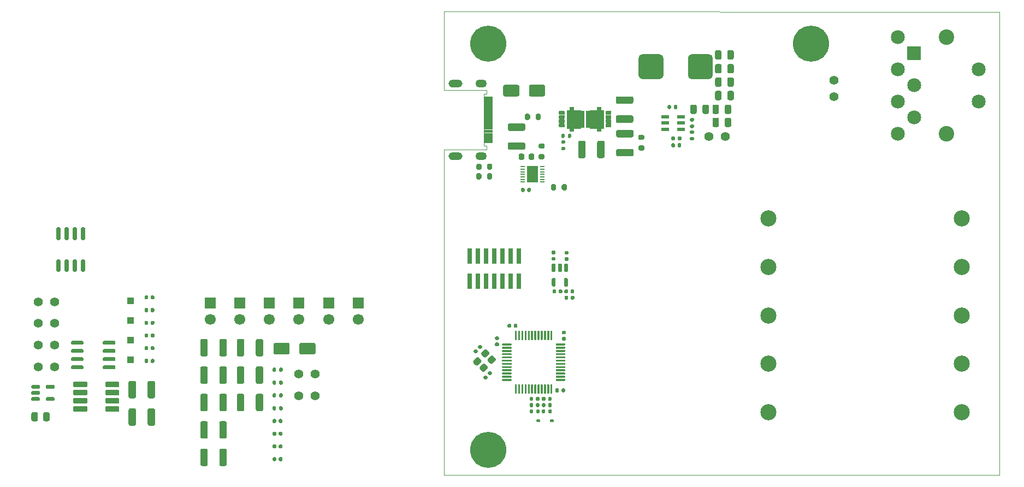
<source format=gts>
G04 #@! TF.GenerationSoftware,KiCad,Pcbnew,9.0.1+1*
G04 #@! TF.CreationDate,2025-10-08T10:56:59+00:00*
G04 #@! TF.ProjectId,c64psu,63363470-7375-42e6-9b69-6361645f7063,rev?*
G04 #@! TF.SameCoordinates,Original*
G04 #@! TF.FileFunction,Soldermask,Top*
G04 #@! TF.FilePolarity,Negative*
%FSLAX46Y46*%
G04 Gerber Fmt 4.6, Leading zero omitted, Abs format (unit mm)*
G04 Created by KiCad (PCBNEW 9.0.1+1) date 2025-10-08 10:56:59*
%MOMM*%
%LPD*%
G01*
G04 APERTURE LIST*
G04 #@! TA.AperFunction,Profile*
%ADD10C,0.050000*%
G04 #@! TD*
%ADD11C,0.010000*%
%ADD12C,2.500000*%
%ADD13R,0.800000X0.200000*%
%ADD14R,1.750000X2.650000*%
%ADD15C,3.600000*%
%ADD16C,5.600000*%
%ADD17R,1.700000X1.700000*%
%ADD18C,1.700000*%
%ADD19R,1.000000X1.000000*%
%ADD20C,1.400000*%
%ADD21R,1.200000X0.600000*%
%ADD22R,1.100000X0.600000*%
%ADD23R,1.100000X0.300000*%
%ADD24O,1.754000X1.254000*%
%ADD25O,2.154000X1.254000*%
%ADD26R,0.740000X2.400000*%
%ADD27C,2.400000*%
%ADD28C,2.154000*%
G04 APERTURE END LIST*
D10*
X219224551Y-37033468D02*
X219250062Y-108900624D01*
X133100087Y-108875624D01*
X133075074Y-58400000D01*
X139675000Y-58400000D01*
X139675000Y-57800000D01*
X139250000Y-57800000D01*
X139250000Y-49750000D01*
X139700000Y-49750000D01*
X139700000Y-49150000D01*
X133075000Y-49150000D01*
X133075000Y-37008468D01*
X219224551Y-37033468D01*
D11*
X157405501Y-52282550D02*
X157805500Y-52282550D01*
X157805500Y-55082550D01*
X157405501Y-55082550D01*
X157405500Y-55532551D01*
X156805500Y-55532551D01*
X156805499Y-55082550D01*
X155705500Y-55082550D01*
X155705500Y-54967550D01*
X155155500Y-54967550D01*
X155155500Y-54347550D01*
X155705500Y-54347551D01*
X155705500Y-54317550D01*
X155155500Y-54317550D01*
X155155500Y-53697550D01*
X155705500Y-53697550D01*
X155705500Y-53667550D01*
X155155500Y-53667550D01*
X155155500Y-53047550D01*
X155705500Y-53047550D01*
X155705500Y-53017549D01*
X155155500Y-53017550D01*
X155155500Y-52397550D01*
X155705500Y-52397550D01*
X155705500Y-52282550D01*
X156805499Y-52282550D01*
X156805500Y-51832549D01*
X157405500Y-51832549D01*
X157405501Y-52282550D01*
G36*
X157405501Y-52282550D02*
G01*
X157805500Y-52282550D01*
X157805500Y-55082550D01*
X157405501Y-55082550D01*
X157405500Y-55532551D01*
X156805500Y-55532551D01*
X156805499Y-55082550D01*
X155705500Y-55082550D01*
X155705500Y-54967550D01*
X155155500Y-54967550D01*
X155155500Y-54347550D01*
X155705500Y-54347551D01*
X155705500Y-54317550D01*
X155155500Y-54317550D01*
X155155500Y-53697550D01*
X155705500Y-53697550D01*
X155705500Y-53667550D01*
X155155500Y-53667550D01*
X155155500Y-53047550D01*
X155705500Y-53047550D01*
X155705500Y-53017549D01*
X155155500Y-53017550D01*
X155155500Y-52397550D01*
X155705500Y-52397550D01*
X155705500Y-52282550D01*
X156805499Y-52282550D01*
X156805500Y-51832549D01*
X157405500Y-51832549D01*
X157405501Y-52282550D01*
G37*
X140600000Y-50925000D02*
X139400000Y-50925000D01*
X139400000Y-50225000D01*
X140600000Y-50225000D01*
X140600000Y-50925000D01*
G36*
X140600000Y-50925000D02*
G01*
X139400000Y-50925000D01*
X139400000Y-50225000D01*
X140600000Y-50225000D01*
X140600000Y-50925000D01*
G37*
X140600000Y-51725000D02*
X139400000Y-51725000D01*
X139400000Y-51025000D01*
X140600000Y-51025000D01*
X140600000Y-51725000D01*
G36*
X140600000Y-51725000D02*
G01*
X139400000Y-51725000D01*
X139400000Y-51025000D01*
X140600000Y-51025000D01*
X140600000Y-51725000D01*
G37*
X140600000Y-52224999D02*
X139399999Y-52225000D01*
X139400000Y-51825000D01*
X140600000Y-51825000D01*
X140600000Y-52224999D01*
G36*
X140600000Y-52224999D02*
G01*
X139399999Y-52225000D01*
X139400000Y-51825000D01*
X140600000Y-51825000D01*
X140600000Y-52224999D01*
G37*
X140600000Y-52725000D02*
X139400000Y-52725000D01*
X139400000Y-52325000D01*
X140600000Y-52325000D01*
X140600000Y-52725000D01*
G36*
X140600000Y-52725000D02*
G01*
X139400000Y-52725000D01*
X139400000Y-52325000D01*
X140600000Y-52325000D01*
X140600000Y-52725000D01*
G37*
X140600000Y-52825001D02*
X140600000Y-53225000D01*
X139400000Y-53225000D01*
X139399999Y-52825000D01*
X140600000Y-52825001D01*
G36*
X140600000Y-52825001D02*
G01*
X140600000Y-53225000D01*
X139400000Y-53225000D01*
X139399999Y-52825000D01*
X140600000Y-52825001D01*
G37*
X140600000Y-53725000D02*
X139400000Y-53725000D01*
X139400000Y-53325000D01*
X140600000Y-53325000D01*
X140600000Y-53725000D01*
G36*
X140600000Y-53725000D02*
G01*
X139400000Y-53725000D01*
X139400000Y-53325000D01*
X140600000Y-53325000D01*
X140600000Y-53725000D01*
G37*
X140600000Y-54225000D02*
X139400000Y-54225000D01*
X139400000Y-53825000D01*
X140600000Y-53825000D01*
X140600000Y-54225000D01*
G36*
X140600000Y-54225000D02*
G01*
X139400000Y-54225000D01*
X139400000Y-53825000D01*
X140600000Y-53825000D01*
X140600000Y-54225000D01*
G37*
X140600000Y-54724999D02*
X139399999Y-54725000D01*
X139400000Y-54325000D01*
X140600000Y-54325000D01*
X140600000Y-54724999D01*
G36*
X140600000Y-54724999D02*
G01*
X139399999Y-54725000D01*
X139400000Y-54325000D01*
X140600000Y-54325000D01*
X140600000Y-54724999D01*
G37*
X140600000Y-55225000D02*
X139400000Y-55225000D01*
X139400000Y-54825000D01*
X140600000Y-54825000D01*
X140600000Y-55225000D01*
G36*
X140600000Y-55225000D02*
G01*
X139400000Y-55225000D01*
X139400000Y-54825000D01*
X140600000Y-54825000D01*
X140600000Y-55225000D01*
G37*
X140600000Y-55325001D02*
X140600000Y-55725000D01*
X139400000Y-55725000D01*
X139399999Y-55325000D01*
X140600000Y-55325001D01*
G36*
X140600000Y-55325001D02*
G01*
X140600000Y-55725000D01*
X139400000Y-55725000D01*
X139399999Y-55325000D01*
X140600000Y-55325001D01*
G37*
X140600000Y-56525000D02*
X139400000Y-56525000D01*
X139400000Y-55825000D01*
X140600000Y-55825000D01*
X140600000Y-56525000D01*
G36*
X140600000Y-56525000D02*
G01*
X139400000Y-56525000D01*
X139400000Y-55825000D01*
X140600000Y-55825000D01*
X140600000Y-56525000D01*
G37*
X140600000Y-57325000D02*
X139400000Y-57325000D01*
X139400000Y-56625000D01*
X140600000Y-56625000D01*
X140600000Y-57325000D01*
G36*
X140600000Y-57325000D02*
G01*
X139400000Y-57325000D01*
X139400000Y-56625000D01*
X140600000Y-56625000D01*
X140600000Y-57325000D01*
G37*
X153165101Y-52272750D02*
X154265100Y-52272750D01*
X154265100Y-52387750D01*
X154815100Y-52387750D01*
X154815100Y-53007750D01*
X154265100Y-53007749D01*
X154265100Y-53037750D01*
X154815100Y-53037750D01*
X154815100Y-53657750D01*
X154265100Y-53657750D01*
X154265100Y-53687750D01*
X154815100Y-53687750D01*
X154815100Y-54307750D01*
X154265100Y-54307750D01*
X154265100Y-54337751D01*
X154815100Y-54337750D01*
X154815100Y-54957750D01*
X154265100Y-54957750D01*
X154265100Y-55072750D01*
X153165101Y-55072750D01*
X153165100Y-55522751D01*
X152565100Y-55522751D01*
X152565099Y-55072750D01*
X152165100Y-55072750D01*
X152165100Y-52272750D01*
X152565099Y-52272750D01*
X152565100Y-51822749D01*
X153165100Y-51822749D01*
X153165101Y-52272750D01*
G36*
X153165101Y-52272750D02*
G01*
X154265100Y-52272750D01*
X154265100Y-52387750D01*
X154815100Y-52387750D01*
X154815100Y-53007750D01*
X154265100Y-53007749D01*
X154265100Y-53037750D01*
X154815100Y-53037750D01*
X154815100Y-53657750D01*
X154265100Y-53657750D01*
X154265100Y-53687750D01*
X154815100Y-53687750D01*
X154815100Y-54307750D01*
X154265100Y-54307750D01*
X154265100Y-54337751D01*
X154815100Y-54337750D01*
X154815100Y-54957750D01*
X154265100Y-54957750D01*
X154265100Y-55072750D01*
X153165101Y-55072750D01*
X153165100Y-55522751D01*
X152565100Y-55522751D01*
X152565099Y-55072750D01*
X152165100Y-55072750D01*
X152165100Y-52272750D01*
X152565099Y-52272750D01*
X152565100Y-51822749D01*
X153165100Y-51822749D01*
X153165101Y-52272750D01*
G37*
D12*
X183370000Y-69110000D03*
X183370000Y-76610000D03*
X183370000Y-84110000D03*
X183370000Y-91610000D03*
X183370000Y-99110000D03*
X213370000Y-69110000D03*
X213370000Y-76610000D03*
X213370000Y-84110000D03*
X213370000Y-91610000D03*
X213370000Y-99110000D03*
G36*
G01*
X100981600Y-90220800D02*
X100981600Y-88020800D01*
G75*
G02*
X101231600Y-87770800I250000J0D01*
G01*
X101881600Y-87770800D01*
G75*
G02*
X102131600Y-88020800I0J-250000D01*
G01*
X102131600Y-90220800D01*
G75*
G02*
X101881600Y-90470800I-250000J0D01*
G01*
X101231600Y-90470800D01*
G75*
G02*
X100981600Y-90220800I0J250000D01*
G01*
G37*
G36*
G01*
X103931600Y-90220800D02*
X103931600Y-88020800D01*
G75*
G02*
X104181600Y-87770800I250000J0D01*
G01*
X104831600Y-87770800D01*
G75*
G02*
X105081600Y-88020800I0J-250000D01*
G01*
X105081600Y-90220800D01*
G75*
G02*
X104831600Y-90470800I-250000J0D01*
G01*
X104181600Y-90470800D01*
G75*
G02*
X103931600Y-90220800I0J250000D01*
G01*
G37*
G36*
G01*
X174732301Y-54655750D02*
X174732301Y-53705750D01*
G75*
G02*
X174982301Y-53455750I250000J0D01*
G01*
X175482301Y-53455750D01*
G75*
G02*
X175732301Y-53705750I0J-250000D01*
G01*
X175732301Y-54655750D01*
G75*
G02*
X175482301Y-54905750I-250000J0D01*
G01*
X174982301Y-54905750D01*
G75*
G02*
X174732301Y-54655750I0J250000D01*
G01*
G37*
G36*
G01*
X176632299Y-54655750D02*
X176632299Y-53705750D01*
G75*
G02*
X176882299Y-53455750I250000J0D01*
G01*
X177382299Y-53455750D01*
G75*
G02*
X177632299Y-53705750I0J-250000D01*
G01*
X177632299Y-54655750D01*
G75*
G02*
X177382299Y-54905750I-250000J0D01*
G01*
X176882299Y-54905750D01*
G75*
G02*
X176632299Y-54655750I0J250000D01*
G01*
G37*
G36*
G01*
X175138701Y-50490150D02*
X175138701Y-49540150D01*
G75*
G02*
X175388701Y-49290150I250000J0D01*
G01*
X175888701Y-49290150D01*
G75*
G02*
X176138701Y-49540150I0J-250000D01*
G01*
X176138701Y-50490150D01*
G75*
G02*
X175888701Y-50740150I-250000J0D01*
G01*
X175388701Y-50740150D01*
G75*
G02*
X175138701Y-50490150I0J250000D01*
G01*
G37*
G36*
G01*
X177038699Y-50490150D02*
X177038699Y-49540150D01*
G75*
G02*
X177288699Y-49290150I250000J0D01*
G01*
X177788699Y-49290150D01*
G75*
G02*
X178038699Y-49540150I0J-250000D01*
G01*
X178038699Y-50490150D01*
G75*
G02*
X177788699Y-50740150I-250000J0D01*
G01*
X177288699Y-50740150D01*
G75*
G02*
X177038699Y-50490150I0J250000D01*
G01*
G37*
G36*
G01*
X144665000Y-59766250D02*
X144665000Y-59253750D01*
G75*
G02*
X144883750Y-59035000I218750J0D01*
G01*
X145321250Y-59035000D01*
G75*
G02*
X145540000Y-59253750I0J-218750D01*
G01*
X145540000Y-59766250D01*
G75*
G02*
X145321250Y-59985000I-218750J0D01*
G01*
X144883750Y-59985000D01*
G75*
G02*
X144665000Y-59766250I0J218750D01*
G01*
G37*
G36*
G01*
X146240000Y-59766250D02*
X146240000Y-59253750D01*
G75*
G02*
X146458750Y-59035000I218750J0D01*
G01*
X146896250Y-59035000D01*
G75*
G02*
X147115000Y-59253750I0J-218750D01*
G01*
X147115000Y-59766250D01*
G75*
G02*
X146896250Y-59985000I-218750J0D01*
G01*
X146458750Y-59985000D01*
G75*
G02*
X146240000Y-59766250I0J218750D01*
G01*
G37*
G36*
G01*
X106531600Y-102630800D02*
X106531600Y-102290800D01*
G75*
G02*
X106671600Y-102150800I140000J0D01*
G01*
X106951600Y-102150800D01*
G75*
G02*
X107091600Y-102290800I0J-140000D01*
G01*
X107091600Y-102630800D01*
G75*
G02*
X106951600Y-102770800I-140000J0D01*
G01*
X106671600Y-102770800D01*
G75*
G02*
X106531600Y-102630800I0J140000D01*
G01*
G37*
G36*
G01*
X107491600Y-102630800D02*
X107491600Y-102290800D01*
G75*
G02*
X107631600Y-102150800I140000J0D01*
G01*
X107911600Y-102150800D01*
G75*
G02*
X108051600Y-102290800I0J-140000D01*
G01*
X108051600Y-102630800D01*
G75*
G02*
X107911600Y-102770800I-140000J0D01*
G01*
X107631600Y-102770800D01*
G75*
G02*
X107491600Y-102630800I0J140000D01*
G01*
G37*
G36*
G01*
X151454499Y-80227700D02*
X151454499Y-80567700D01*
G75*
G02*
X151314499Y-80707700I-140000J0D01*
G01*
X151034499Y-80707700D01*
G75*
G02*
X150894499Y-80567700I0J140000D01*
G01*
X150894499Y-80227700D01*
G75*
G02*
X151034499Y-80087700I140000J0D01*
G01*
X151314499Y-80087700D01*
G75*
G02*
X151454499Y-80227700I0J-140000D01*
G01*
G37*
G36*
G01*
X150494499Y-80227700D02*
X150494499Y-80567700D01*
G75*
G02*
X150354499Y-80707700I-140000J0D01*
G01*
X150074499Y-80707700D01*
G75*
G02*
X149934499Y-80567700I0J140000D01*
G01*
X149934499Y-80227700D01*
G75*
G02*
X150074499Y-80087700I140000J0D01*
G01*
X150354499Y-80087700D01*
G75*
G02*
X150494499Y-80227700I0J-140000D01*
G01*
G37*
D13*
X148317500Y-63436750D03*
X148317500Y-63036750D03*
X148317500Y-62636750D03*
X148317500Y-62236750D03*
X148317500Y-61836750D03*
X148317500Y-61436750D03*
X148317500Y-61036750D03*
X145317500Y-61036750D03*
X145317500Y-61436750D03*
X145317500Y-61836750D03*
X145317500Y-62236750D03*
X145317500Y-62636750D03*
X145317500Y-63036750D03*
X145317500Y-63436750D03*
D14*
X146817500Y-62236750D03*
D15*
X190000000Y-42000000D03*
D16*
X190000000Y-42000000D03*
G36*
G01*
X140577300Y-60763750D02*
X140577300Y-61313750D01*
G75*
G02*
X140377300Y-61513750I-200000J0D01*
G01*
X139977300Y-61513750D01*
G75*
G02*
X139777300Y-61313750I0J200000D01*
G01*
X139777300Y-60763750D01*
G75*
G02*
X139977300Y-60563750I200000J0D01*
G01*
X140377300Y-60563750D01*
G75*
G02*
X140577300Y-60763750I0J-200000D01*
G01*
G37*
G36*
G01*
X138927300Y-60763750D02*
X138927300Y-61313750D01*
G75*
G02*
X138727300Y-61513750I-200000J0D01*
G01*
X138327300Y-61513750D01*
G75*
G02*
X138127300Y-61313750I0J200000D01*
G01*
X138127300Y-60763750D01*
G75*
G02*
X138327300Y-60563750I200000J0D01*
G01*
X138727300Y-60563750D01*
G75*
G02*
X138927300Y-60763750I0J-200000D01*
G01*
G37*
G36*
G01*
X175123500Y-44190950D02*
X175123500Y-43240950D01*
G75*
G02*
X175373500Y-42990950I250000J0D01*
G01*
X175873500Y-42990950D01*
G75*
G02*
X176123500Y-43240950I0J-250000D01*
G01*
X176123500Y-44190950D01*
G75*
G02*
X175873500Y-44440950I-250000J0D01*
G01*
X175373500Y-44440950D01*
G75*
G02*
X175123500Y-44190950I0J250000D01*
G01*
G37*
G36*
G01*
X177023498Y-44190950D02*
X177023498Y-43240950D01*
G75*
G02*
X177273498Y-42990950I250000J0D01*
G01*
X177773498Y-42990950D01*
G75*
G02*
X178023498Y-43240950I0J-250000D01*
G01*
X178023498Y-44190950D01*
G75*
G02*
X177773498Y-44440950I-250000J0D01*
G01*
X177273498Y-44440950D01*
G75*
G02*
X177023498Y-44190950I0J250000D01*
G01*
G37*
G36*
G01*
X151410100Y-56958750D02*
X151780100Y-56958750D01*
G75*
G02*
X151915100Y-57093750I0J-135000D01*
G01*
X151915100Y-57363750D01*
G75*
G02*
X151780100Y-57498750I-135000J0D01*
G01*
X151410100Y-57498750D01*
G75*
G02*
X151275100Y-57363750I0J135000D01*
G01*
X151275100Y-57093750D01*
G75*
G02*
X151410100Y-56958750I135000J0D01*
G01*
G37*
G36*
G01*
X151410100Y-57978748D02*
X151780100Y-57978748D01*
G75*
G02*
X151915100Y-58113748I0J-135000D01*
G01*
X151915100Y-58383748D01*
G75*
G02*
X151780100Y-58518748I-135000J0D01*
G01*
X151410100Y-58518748D01*
G75*
G02*
X151275100Y-58383748I0J135000D01*
G01*
X151275100Y-58113748D01*
G75*
G02*
X151410100Y-57978748I135000J0D01*
G01*
G37*
G36*
G01*
X86676600Y-85432800D02*
X86676600Y-85092800D01*
G75*
G02*
X86816600Y-84952800I140000J0D01*
G01*
X87096600Y-84952800D01*
G75*
G02*
X87236600Y-85092800I0J-140000D01*
G01*
X87236600Y-85432800D01*
G75*
G02*
X87096600Y-85572800I-140000J0D01*
G01*
X86816600Y-85572800D01*
G75*
G02*
X86676600Y-85432800I0J140000D01*
G01*
G37*
G36*
G01*
X87636600Y-85432800D02*
X87636600Y-85092800D01*
G75*
G02*
X87776600Y-84952800I140000J0D01*
G01*
X88056600Y-84952800D01*
G75*
G02*
X88196600Y-85092800I0J-140000D01*
G01*
X88196600Y-85432800D01*
G75*
G02*
X88056600Y-85572800I-140000J0D01*
G01*
X87776600Y-85572800D01*
G75*
G02*
X87636600Y-85432800I0J140000D01*
G01*
G37*
G36*
G01*
X148282200Y-98197000D02*
X148282200Y-97857000D01*
G75*
G02*
X148422200Y-97717000I140000J0D01*
G01*
X148702200Y-97717000D01*
G75*
G02*
X148842200Y-97857000I0J-140000D01*
G01*
X148842200Y-98197000D01*
G75*
G02*
X148702200Y-98337000I-140000J0D01*
G01*
X148422200Y-98337000D01*
G75*
G02*
X148282200Y-98197000I0J140000D01*
G01*
G37*
G36*
G01*
X149242200Y-98197000D02*
X149242200Y-97857000D01*
G75*
G02*
X149382200Y-97717000I140000J0D01*
G01*
X149662200Y-97717000D01*
G75*
G02*
X149802200Y-97857000I0J-140000D01*
G01*
X149802200Y-98197000D01*
G75*
G02*
X149662200Y-98337000I-140000J0D01*
G01*
X149382200Y-98337000D01*
G75*
G02*
X149242200Y-98197000I0J140000D01*
G01*
G37*
G36*
G01*
X73479800Y-77364000D02*
X73179800Y-77364000D01*
G75*
G02*
X73029800Y-77214000I0J150000D01*
G01*
X73029800Y-75564000D01*
G75*
G02*
X73179800Y-75414000I150000J0D01*
G01*
X73479800Y-75414000D01*
G75*
G02*
X73629800Y-75564000I0J-150000D01*
G01*
X73629800Y-77214000D01*
G75*
G02*
X73479800Y-77364000I-150000J0D01*
G01*
G37*
G36*
G01*
X74749800Y-77364000D02*
X74449800Y-77364000D01*
G75*
G02*
X74299800Y-77214000I0J150000D01*
G01*
X74299800Y-75564000D01*
G75*
G02*
X74449800Y-75414000I150000J0D01*
G01*
X74749800Y-75414000D01*
G75*
G02*
X74899800Y-75564000I0J-150000D01*
G01*
X74899800Y-77214000D01*
G75*
G02*
X74749800Y-77364000I-150000J0D01*
G01*
G37*
G36*
G01*
X76019800Y-77364000D02*
X75719800Y-77364000D01*
G75*
G02*
X75569800Y-77214000I0J150000D01*
G01*
X75569800Y-75564000D01*
G75*
G02*
X75719800Y-75414000I150000J0D01*
G01*
X76019800Y-75414000D01*
G75*
G02*
X76169800Y-75564000I0J-150000D01*
G01*
X76169800Y-77214000D01*
G75*
G02*
X76019800Y-77364000I-150000J0D01*
G01*
G37*
G36*
G01*
X77289800Y-77364000D02*
X76989800Y-77364000D01*
G75*
G02*
X76839800Y-77214000I0J150000D01*
G01*
X76839800Y-75564000D01*
G75*
G02*
X76989800Y-75414000I150000J0D01*
G01*
X77289800Y-75414000D01*
G75*
G02*
X77439800Y-75564000I0J-150000D01*
G01*
X77439800Y-77214000D01*
G75*
G02*
X77289800Y-77364000I-150000J0D01*
G01*
G37*
G36*
G01*
X77289800Y-72414000D02*
X76989800Y-72414000D01*
G75*
G02*
X76839800Y-72264000I0J150000D01*
G01*
X76839800Y-70614000D01*
G75*
G02*
X76989800Y-70464000I150000J0D01*
G01*
X77289800Y-70464000D01*
G75*
G02*
X77439800Y-70614000I0J-150000D01*
G01*
X77439800Y-72264000D01*
G75*
G02*
X77289800Y-72414000I-150000J0D01*
G01*
G37*
G36*
G01*
X76019800Y-72414000D02*
X75719800Y-72414000D01*
G75*
G02*
X75569800Y-72264000I0J150000D01*
G01*
X75569800Y-70614000D01*
G75*
G02*
X75719800Y-70464000I150000J0D01*
G01*
X76019800Y-70464000D01*
G75*
G02*
X76169800Y-70614000I0J-150000D01*
G01*
X76169800Y-72264000D01*
G75*
G02*
X76019800Y-72414000I-150000J0D01*
G01*
G37*
G36*
G01*
X74749800Y-72414000D02*
X74449800Y-72414000D01*
G75*
G02*
X74299800Y-72264000I0J150000D01*
G01*
X74299800Y-70614000D01*
G75*
G02*
X74449800Y-70464000I150000J0D01*
G01*
X74749800Y-70464000D01*
G75*
G02*
X74899800Y-70614000I0J-150000D01*
G01*
X74899800Y-72264000D01*
G75*
G02*
X74749800Y-72414000I-150000J0D01*
G01*
G37*
G36*
G01*
X73479800Y-72414000D02*
X73179800Y-72414000D01*
G75*
G02*
X73029800Y-72264000I0J150000D01*
G01*
X73029800Y-70614000D01*
G75*
G02*
X73179800Y-70464000I150000J0D01*
G01*
X73479800Y-70464000D01*
G75*
G02*
X73629800Y-70614000I0J-150000D01*
G01*
X73629800Y-72264000D01*
G75*
G02*
X73479800Y-72414000I-150000J0D01*
G01*
G37*
G36*
G01*
X171374500Y-53504350D02*
X171744500Y-53504350D01*
G75*
G02*
X171879500Y-53639350I0J-135000D01*
G01*
X171879500Y-53909350D01*
G75*
G02*
X171744500Y-54044350I-135000J0D01*
G01*
X171374500Y-54044350D01*
G75*
G02*
X171239500Y-53909350I0J135000D01*
G01*
X171239500Y-53639350D01*
G75*
G02*
X171374500Y-53504350I135000J0D01*
G01*
G37*
G36*
G01*
X171374500Y-54524348D02*
X171744500Y-54524348D01*
G75*
G02*
X171879500Y-54659348I0J-135000D01*
G01*
X171879500Y-54929348D01*
G75*
G02*
X171744500Y-55064348I-135000J0D01*
G01*
X171374500Y-55064348D01*
G75*
G02*
X171239500Y-54929348I0J135000D01*
G01*
X171239500Y-54659348D01*
G75*
G02*
X171374500Y-54524348I135000J0D01*
G01*
G37*
G36*
G01*
X137957007Y-89997809D02*
X137716591Y-89757393D01*
G75*
G02*
X137716591Y-89559403I98995J98995D01*
G01*
X137914581Y-89361413D01*
G75*
G02*
X138112571Y-89361413I98995J-98995D01*
G01*
X138352987Y-89601829D01*
G75*
G02*
X138352987Y-89799819I-98995J-98995D01*
G01*
X138154997Y-89997809D01*
G75*
G02*
X137957007Y-89997809I-98995J98995D01*
G01*
G37*
G36*
G01*
X138635829Y-89318987D02*
X138395413Y-89078571D01*
G75*
G02*
X138395413Y-88880581I98995J98995D01*
G01*
X138593403Y-88682591D01*
G75*
G02*
X138791393Y-88682591I98995J-98995D01*
G01*
X139031809Y-88923007D01*
G75*
G02*
X139031809Y-89120997I-98995J-98995D01*
G01*
X138833819Y-89318987D01*
G75*
G02*
X138635829Y-89318987I-98995J98995D01*
G01*
G37*
G36*
G01*
X145645700Y-53592150D02*
X145645700Y-53042150D01*
G75*
G02*
X145845700Y-52842150I200000J0D01*
G01*
X146245700Y-52842150D01*
G75*
G02*
X146445700Y-53042150I0J-200000D01*
G01*
X146445700Y-53592150D01*
G75*
G02*
X146245700Y-53792150I-200000J0D01*
G01*
X145845700Y-53792150D01*
G75*
G02*
X145645700Y-53592150I0J200000D01*
G01*
G37*
G36*
G01*
X147295700Y-53592150D02*
X147295700Y-53042150D01*
G75*
G02*
X147495700Y-52842150I200000J0D01*
G01*
X147895700Y-52842150D01*
G75*
G02*
X148095700Y-53042150I0J-200000D01*
G01*
X148095700Y-53592150D01*
G75*
G02*
X147895700Y-53792150I-200000J0D01*
G01*
X147495700Y-53792150D01*
G75*
G02*
X147295700Y-53592150I0J200000D01*
G01*
G37*
D17*
X101441600Y-82150800D03*
D18*
X101441600Y-84690800D03*
G36*
G01*
X171374500Y-55432751D02*
X171744500Y-55432751D01*
G75*
G02*
X171879500Y-55567751I0J-135000D01*
G01*
X171879500Y-55837751D01*
G75*
G02*
X171744500Y-55972751I-135000J0D01*
G01*
X171374500Y-55972751D01*
G75*
G02*
X171239500Y-55837751I0J135000D01*
G01*
X171239500Y-55567751D01*
G75*
G02*
X171374500Y-55432751I135000J0D01*
G01*
G37*
G36*
G01*
X171374500Y-56452749D02*
X171744500Y-56452749D01*
G75*
G02*
X171879500Y-56587749I0J-135000D01*
G01*
X171879500Y-56857749D01*
G75*
G02*
X171744500Y-56992749I-135000J0D01*
G01*
X171374500Y-56992749D01*
G75*
G02*
X171239500Y-56857749I0J135000D01*
G01*
X171239500Y-56587749D01*
G75*
G02*
X171374500Y-56452749I135000J0D01*
G01*
G37*
D19*
X84476600Y-84912800D03*
G36*
G01*
X142281098Y-49903150D02*
X142281098Y-48603150D01*
G75*
G02*
X142531098Y-48353150I250000J0D01*
G01*
X144531098Y-48353150D01*
G75*
G02*
X144781098Y-48603150I0J-250000D01*
G01*
X144781098Y-49903150D01*
G75*
G02*
X144531098Y-50153150I-250000J0D01*
G01*
X142531098Y-50153150D01*
G75*
G02*
X142281098Y-49903150I0J250000D01*
G01*
G37*
G36*
G01*
X146281100Y-49903150D02*
X146281100Y-48603150D01*
G75*
G02*
X146531100Y-48353150I250000J0D01*
G01*
X148531100Y-48353150D01*
G75*
G02*
X148781100Y-48603150I0J-250000D01*
G01*
X148781100Y-49903150D01*
G75*
G02*
X148531100Y-50153150I-250000J0D01*
G01*
X146531100Y-50153150D01*
G75*
G02*
X146281100Y-49903150I0J250000D01*
G01*
G37*
D17*
X110621600Y-82150800D03*
D18*
X110621600Y-84690800D03*
G36*
G01*
X150254899Y-75620500D02*
X149914899Y-75620500D01*
G75*
G02*
X149774899Y-75480500I0J140000D01*
G01*
X149774899Y-75200500D01*
G75*
G02*
X149914899Y-75060500I140000J0D01*
G01*
X150254899Y-75060500D01*
G75*
G02*
X150394899Y-75200500I0J-140000D01*
G01*
X150394899Y-75480500D01*
G75*
G02*
X150254899Y-75620500I-140000J0D01*
G01*
G37*
G36*
G01*
X150254899Y-74660500D02*
X149914899Y-74660500D01*
G75*
G02*
X149774899Y-74520500I0J140000D01*
G01*
X149774899Y-74240500D01*
G75*
G02*
X149914899Y-74100500I140000J0D01*
G01*
X150254899Y-74100500D01*
G75*
G02*
X150394899Y-74240500I0J-140000D01*
G01*
X150394899Y-74520500D01*
G75*
G02*
X150254899Y-74660500I-140000J0D01*
G01*
G37*
D20*
X70176600Y-85362800D03*
X72716600Y-85362800D03*
D19*
X84476600Y-81862800D03*
G36*
G01*
X159057500Y-54447550D02*
X159057500Y-54867550D01*
G75*
G02*
X158955500Y-54969550I-102000J0D01*
G01*
X158255500Y-54969550D01*
G75*
G02*
X158153500Y-54867550I0J102000D01*
G01*
X158153500Y-54447550D01*
G75*
G02*
X158255500Y-54345550I102000J0D01*
G01*
X158955500Y-54345550D01*
G75*
G02*
X159057500Y-54447550I0J-102000D01*
G01*
G37*
G36*
G01*
X159057500Y-53797550D02*
X159057500Y-54217550D01*
G75*
G02*
X158955500Y-54319550I-102000J0D01*
G01*
X158255500Y-54319550D01*
G75*
G02*
X158153500Y-54217550I0J102000D01*
G01*
X158153500Y-53797550D01*
G75*
G02*
X158255500Y-53695550I102000J0D01*
G01*
X158955500Y-53695550D01*
G75*
G02*
X159057500Y-53797550I0J-102000D01*
G01*
G37*
G36*
G01*
X159057500Y-53147550D02*
X159057500Y-53567550D01*
G75*
G02*
X158955500Y-53669550I-102000J0D01*
G01*
X158255500Y-53669550D01*
G75*
G02*
X158153500Y-53567550I0J102000D01*
G01*
X158153500Y-53147550D01*
G75*
G02*
X158255500Y-53045550I102000J0D01*
G01*
X158955500Y-53045550D01*
G75*
G02*
X159057500Y-53147550I0J-102000D01*
G01*
G37*
G36*
G01*
X159057500Y-52497550D02*
X159057500Y-52917550D01*
G75*
G02*
X158955500Y-53019550I-102000J0D01*
G01*
X158255500Y-53019550D01*
G75*
G02*
X158153500Y-52917550I0J102000D01*
G01*
X158153500Y-52497550D01*
G75*
G02*
X158255500Y-52395550I102000J0D01*
G01*
X158955500Y-52395550D01*
G75*
G02*
X159057500Y-52497550I0J-102000D01*
G01*
G37*
G36*
G01*
X86676600Y-83462800D02*
X86676600Y-83122800D01*
G75*
G02*
X86816600Y-82982800I140000J0D01*
G01*
X87096600Y-82982800D01*
G75*
G02*
X87236600Y-83122800I0J-140000D01*
G01*
X87236600Y-83462800D01*
G75*
G02*
X87096600Y-83602800I-140000J0D01*
G01*
X86816600Y-83602800D01*
G75*
G02*
X86676600Y-83462800I0J140000D01*
G01*
G37*
G36*
G01*
X87636600Y-83462800D02*
X87636600Y-83122800D01*
G75*
G02*
X87776600Y-82982800I140000J0D01*
G01*
X88056600Y-82982800D01*
G75*
G02*
X88196600Y-83122800I0J-140000D01*
G01*
X88196600Y-83462800D01*
G75*
G02*
X88056600Y-83602800I-140000J0D01*
G01*
X87776600Y-83602800D01*
G75*
G02*
X87636600Y-83462800I0J140000D01*
G01*
G37*
D17*
X96851600Y-82150800D03*
D18*
X96851600Y-84690800D03*
G36*
G01*
X86676600Y-87402800D02*
X86676600Y-87062800D01*
G75*
G02*
X86816600Y-86922800I140000J0D01*
G01*
X87096600Y-86922800D01*
G75*
G02*
X87236600Y-87062800I0J-140000D01*
G01*
X87236600Y-87402800D01*
G75*
G02*
X87096600Y-87542800I-140000J0D01*
G01*
X86816600Y-87542800D01*
G75*
G02*
X86676600Y-87402800I0J140000D01*
G01*
G37*
G36*
G01*
X87636600Y-87402800D02*
X87636600Y-87062800D01*
G75*
G02*
X87776600Y-86922800I140000J0D01*
G01*
X88056600Y-86922800D01*
G75*
G02*
X88196600Y-87062800I0J-140000D01*
G01*
X88196600Y-87402800D01*
G75*
G02*
X88056600Y-87542800I-140000J0D01*
G01*
X87776600Y-87542800D01*
G75*
G02*
X87636600Y-87402800I0J140000D01*
G01*
G37*
G36*
G01*
X174177899Y-51673750D02*
X174177899Y-52623750D01*
G75*
G02*
X173927899Y-52873750I-250000J0D01*
G01*
X173427899Y-52873750D01*
G75*
G02*
X173177899Y-52623750I0J250000D01*
G01*
X173177899Y-51673750D01*
G75*
G02*
X173427899Y-51423750I250000J0D01*
G01*
X173927899Y-51423750D01*
G75*
G02*
X174177899Y-51673750I0J-250000D01*
G01*
G37*
G36*
G01*
X172277901Y-51673750D02*
X172277901Y-52623750D01*
G75*
G02*
X172027901Y-52873750I-250000J0D01*
G01*
X171527901Y-52873750D01*
G75*
G02*
X171277901Y-52623750I0J250000D01*
G01*
X171277901Y-51673750D01*
G75*
G02*
X171527901Y-51423750I250000J0D01*
G01*
X172027901Y-51423750D01*
G75*
G02*
X172277901Y-51673750I0J-250000D01*
G01*
G37*
G36*
G01*
X152286899Y-75643300D02*
X151946899Y-75643300D01*
G75*
G02*
X151806899Y-75503300I0J140000D01*
G01*
X151806899Y-75223300D01*
G75*
G02*
X151946899Y-75083300I140000J0D01*
G01*
X152286899Y-75083300D01*
G75*
G02*
X152426899Y-75223300I0J-140000D01*
G01*
X152426899Y-75503300D01*
G75*
G02*
X152286899Y-75643300I-140000J0D01*
G01*
G37*
G36*
G01*
X152286899Y-74683300D02*
X151946899Y-74683300D01*
G75*
G02*
X151806899Y-74543300I0J140000D01*
G01*
X151806899Y-74263300D01*
G75*
G02*
X151946899Y-74123300I140000J0D01*
G01*
X152286899Y-74123300D01*
G75*
G02*
X152426899Y-74263300I0J-140000D01*
G01*
X152426899Y-74543300D01*
G75*
G02*
X152286899Y-74683300I-140000J0D01*
G01*
G37*
G36*
G01*
X147899800Y-97857000D02*
X147899800Y-98197000D01*
G75*
G02*
X147759800Y-98337000I-140000J0D01*
G01*
X147479800Y-98337000D01*
G75*
G02*
X147339800Y-98197000I0J140000D01*
G01*
X147339800Y-97857000D01*
G75*
G02*
X147479800Y-97717000I140000J0D01*
G01*
X147759800Y-97717000D01*
G75*
G02*
X147899800Y-97857000I0J-140000D01*
G01*
G37*
G36*
G01*
X146939800Y-97857000D02*
X146939800Y-98197000D01*
G75*
G02*
X146799800Y-98337000I-140000J0D01*
G01*
X146519800Y-98337000D01*
G75*
G02*
X146379800Y-98197000I0J140000D01*
G01*
X146379800Y-97857000D01*
G75*
G02*
X146519800Y-97717000I140000J0D01*
G01*
X146799800Y-97717000D01*
G75*
G02*
X146939800Y-97857000I0J-140000D01*
G01*
G37*
G36*
G01*
X95331600Y-107220800D02*
X95331600Y-105020800D01*
G75*
G02*
X95581600Y-104770800I250000J0D01*
G01*
X96231600Y-104770800D01*
G75*
G02*
X96481600Y-105020800I0J-250000D01*
G01*
X96481600Y-107220800D01*
G75*
G02*
X96231600Y-107470800I-250000J0D01*
G01*
X95581600Y-107470800D01*
G75*
G02*
X95331600Y-107220800I0J250000D01*
G01*
G37*
G36*
G01*
X98281600Y-107220800D02*
X98281600Y-105020800D01*
G75*
G02*
X98531600Y-104770800I250000J0D01*
G01*
X99181600Y-104770800D01*
G75*
G02*
X99431600Y-105020800I0J-250000D01*
G01*
X99431600Y-107220800D01*
G75*
G02*
X99181600Y-107470800I-250000J0D01*
G01*
X98531600Y-107470800D01*
G75*
G02*
X98281600Y-107220800I0J250000D01*
G01*
G37*
G36*
G01*
X149822199Y-98807200D02*
X149822199Y-99177200D01*
G75*
G02*
X149687199Y-99312200I-135000J0D01*
G01*
X149417199Y-99312200D01*
G75*
G02*
X149282199Y-99177200I0J135000D01*
G01*
X149282199Y-98807200D01*
G75*
G02*
X149417199Y-98672200I135000J0D01*
G01*
X149687199Y-98672200D01*
G75*
G02*
X149822199Y-98807200I0J-135000D01*
G01*
G37*
G36*
G01*
X148802201Y-98807200D02*
X148802201Y-99177200D01*
G75*
G02*
X148667201Y-99312200I-135000J0D01*
G01*
X148397201Y-99312200D01*
G75*
G02*
X148262201Y-99177200I0J135000D01*
G01*
X148262201Y-98807200D01*
G75*
G02*
X148397201Y-98672200I135000J0D01*
G01*
X148667201Y-98672200D01*
G75*
G02*
X148802201Y-98807200I0J-135000D01*
G01*
G37*
G36*
G01*
X95331600Y-102970800D02*
X95331600Y-100770800D01*
G75*
G02*
X95581600Y-100520800I250000J0D01*
G01*
X96231600Y-100520800D01*
G75*
G02*
X96481600Y-100770800I0J-250000D01*
G01*
X96481600Y-102970800D01*
G75*
G02*
X96231600Y-103220800I-250000J0D01*
G01*
X95581600Y-103220800D01*
G75*
G02*
X95331600Y-102970800I0J250000D01*
G01*
G37*
G36*
G01*
X98281600Y-102970800D02*
X98281600Y-100770800D01*
G75*
G02*
X98531600Y-100520800I250000J0D01*
G01*
X99181600Y-100520800D01*
G75*
G02*
X99431600Y-100770800I0J-250000D01*
G01*
X99431600Y-102970800D01*
G75*
G02*
X99181600Y-103220800I-250000J0D01*
G01*
X98531600Y-103220800D01*
G75*
G02*
X98281600Y-102970800I0J250000D01*
G01*
G37*
G36*
G01*
X142110200Y-88697200D02*
X142110200Y-88547200D01*
G75*
G02*
X142185200Y-88472200I75000J0D01*
G01*
X143510200Y-88472200D01*
G75*
G02*
X143585200Y-88547200I0J-75000D01*
G01*
X143585200Y-88697200D01*
G75*
G02*
X143510200Y-88772200I-75000J0D01*
G01*
X142185200Y-88772200D01*
G75*
G02*
X142110200Y-88697200I0J75000D01*
G01*
G37*
G36*
G01*
X142110200Y-89197200D02*
X142110200Y-89047200D01*
G75*
G02*
X142185200Y-88972200I75000J0D01*
G01*
X143510200Y-88972200D01*
G75*
G02*
X143585200Y-89047200I0J-75000D01*
G01*
X143585200Y-89197200D01*
G75*
G02*
X143510200Y-89272200I-75000J0D01*
G01*
X142185200Y-89272200D01*
G75*
G02*
X142110200Y-89197200I0J75000D01*
G01*
G37*
G36*
G01*
X142110200Y-89697200D02*
X142110200Y-89547200D01*
G75*
G02*
X142185200Y-89472200I75000J0D01*
G01*
X143510200Y-89472200D01*
G75*
G02*
X143585200Y-89547200I0J-75000D01*
G01*
X143585200Y-89697200D01*
G75*
G02*
X143510200Y-89772200I-75000J0D01*
G01*
X142185200Y-89772200D01*
G75*
G02*
X142110200Y-89697200I0J75000D01*
G01*
G37*
G36*
G01*
X142110200Y-90197200D02*
X142110200Y-90047200D01*
G75*
G02*
X142185200Y-89972200I75000J0D01*
G01*
X143510200Y-89972200D01*
G75*
G02*
X143585200Y-90047200I0J-75000D01*
G01*
X143585200Y-90197200D01*
G75*
G02*
X143510200Y-90272200I-75000J0D01*
G01*
X142185200Y-90272200D01*
G75*
G02*
X142110200Y-90197200I0J75000D01*
G01*
G37*
G36*
G01*
X142110200Y-90697200D02*
X142110200Y-90547200D01*
G75*
G02*
X142185200Y-90472200I75000J0D01*
G01*
X143510200Y-90472200D01*
G75*
G02*
X143585200Y-90547200I0J-75000D01*
G01*
X143585200Y-90697200D01*
G75*
G02*
X143510200Y-90772200I-75000J0D01*
G01*
X142185200Y-90772200D01*
G75*
G02*
X142110200Y-90697200I0J75000D01*
G01*
G37*
G36*
G01*
X142110200Y-91197200D02*
X142110200Y-91047200D01*
G75*
G02*
X142185200Y-90972200I75000J0D01*
G01*
X143510200Y-90972200D01*
G75*
G02*
X143585200Y-91047200I0J-75000D01*
G01*
X143585200Y-91197200D01*
G75*
G02*
X143510200Y-91272200I-75000J0D01*
G01*
X142185200Y-91272200D01*
G75*
G02*
X142110200Y-91197200I0J75000D01*
G01*
G37*
G36*
G01*
X142110200Y-91697200D02*
X142110200Y-91547200D01*
G75*
G02*
X142185200Y-91472200I75000J0D01*
G01*
X143510200Y-91472200D01*
G75*
G02*
X143585200Y-91547200I0J-75000D01*
G01*
X143585200Y-91697200D01*
G75*
G02*
X143510200Y-91772200I-75000J0D01*
G01*
X142185200Y-91772200D01*
G75*
G02*
X142110200Y-91697200I0J75000D01*
G01*
G37*
G36*
G01*
X142110200Y-92197200D02*
X142110200Y-92047200D01*
G75*
G02*
X142185200Y-91972200I75000J0D01*
G01*
X143510200Y-91972200D01*
G75*
G02*
X143585200Y-92047200I0J-75000D01*
G01*
X143585200Y-92197200D01*
G75*
G02*
X143510200Y-92272200I-75000J0D01*
G01*
X142185200Y-92272200D01*
G75*
G02*
X142110200Y-92197200I0J75000D01*
G01*
G37*
G36*
G01*
X142110200Y-92697200D02*
X142110200Y-92547200D01*
G75*
G02*
X142185200Y-92472200I75000J0D01*
G01*
X143510200Y-92472200D01*
G75*
G02*
X143585200Y-92547200I0J-75000D01*
G01*
X143585200Y-92697200D01*
G75*
G02*
X143510200Y-92772200I-75000J0D01*
G01*
X142185200Y-92772200D01*
G75*
G02*
X142110200Y-92697200I0J75000D01*
G01*
G37*
G36*
G01*
X142110200Y-93197200D02*
X142110200Y-93047200D01*
G75*
G02*
X142185200Y-92972200I75000J0D01*
G01*
X143510200Y-92972200D01*
G75*
G02*
X143585200Y-93047200I0J-75000D01*
G01*
X143585200Y-93197200D01*
G75*
G02*
X143510200Y-93272200I-75000J0D01*
G01*
X142185200Y-93272200D01*
G75*
G02*
X142110200Y-93197200I0J75000D01*
G01*
G37*
G36*
G01*
X142110200Y-93697200D02*
X142110200Y-93547200D01*
G75*
G02*
X142185200Y-93472200I75000J0D01*
G01*
X143510200Y-93472200D01*
G75*
G02*
X143585200Y-93547200I0J-75000D01*
G01*
X143585200Y-93697200D01*
G75*
G02*
X143510200Y-93772200I-75000J0D01*
G01*
X142185200Y-93772200D01*
G75*
G02*
X142110200Y-93697200I0J75000D01*
G01*
G37*
G36*
G01*
X142110200Y-94197200D02*
X142110200Y-94047200D01*
G75*
G02*
X142185200Y-93972200I75000J0D01*
G01*
X143510200Y-93972200D01*
G75*
G02*
X143585200Y-94047200I0J-75000D01*
G01*
X143585200Y-94197200D01*
G75*
G02*
X143510200Y-94272200I-75000J0D01*
G01*
X142185200Y-94272200D01*
G75*
G02*
X142110200Y-94197200I0J75000D01*
G01*
G37*
G36*
G01*
X144110200Y-96197200D02*
X144110200Y-94872200D01*
G75*
G02*
X144185200Y-94797200I75000J0D01*
G01*
X144335200Y-94797200D01*
G75*
G02*
X144410200Y-94872200I0J-75000D01*
G01*
X144410200Y-96197200D01*
G75*
G02*
X144335200Y-96272200I-75000J0D01*
G01*
X144185200Y-96272200D01*
G75*
G02*
X144110200Y-96197200I0J75000D01*
G01*
G37*
G36*
G01*
X144610200Y-96197200D02*
X144610200Y-94872200D01*
G75*
G02*
X144685200Y-94797200I75000J0D01*
G01*
X144835200Y-94797200D01*
G75*
G02*
X144910200Y-94872200I0J-75000D01*
G01*
X144910200Y-96197200D01*
G75*
G02*
X144835200Y-96272200I-75000J0D01*
G01*
X144685200Y-96272200D01*
G75*
G02*
X144610200Y-96197200I0J75000D01*
G01*
G37*
G36*
G01*
X145110200Y-96197200D02*
X145110200Y-94872200D01*
G75*
G02*
X145185200Y-94797200I75000J0D01*
G01*
X145335200Y-94797200D01*
G75*
G02*
X145410200Y-94872200I0J-75000D01*
G01*
X145410200Y-96197200D01*
G75*
G02*
X145335200Y-96272200I-75000J0D01*
G01*
X145185200Y-96272200D01*
G75*
G02*
X145110200Y-96197200I0J75000D01*
G01*
G37*
G36*
G01*
X145610200Y-96197200D02*
X145610200Y-94872200D01*
G75*
G02*
X145685200Y-94797200I75000J0D01*
G01*
X145835200Y-94797200D01*
G75*
G02*
X145910200Y-94872200I0J-75000D01*
G01*
X145910200Y-96197200D01*
G75*
G02*
X145835200Y-96272200I-75000J0D01*
G01*
X145685200Y-96272200D01*
G75*
G02*
X145610200Y-96197200I0J75000D01*
G01*
G37*
G36*
G01*
X146110200Y-96197200D02*
X146110200Y-94872200D01*
G75*
G02*
X146185200Y-94797200I75000J0D01*
G01*
X146335200Y-94797200D01*
G75*
G02*
X146410200Y-94872200I0J-75000D01*
G01*
X146410200Y-96197200D01*
G75*
G02*
X146335200Y-96272200I-75000J0D01*
G01*
X146185200Y-96272200D01*
G75*
G02*
X146110200Y-96197200I0J75000D01*
G01*
G37*
G36*
G01*
X146610200Y-96197200D02*
X146610200Y-94872200D01*
G75*
G02*
X146685200Y-94797200I75000J0D01*
G01*
X146835200Y-94797200D01*
G75*
G02*
X146910200Y-94872200I0J-75000D01*
G01*
X146910200Y-96197200D01*
G75*
G02*
X146835200Y-96272200I-75000J0D01*
G01*
X146685200Y-96272200D01*
G75*
G02*
X146610200Y-96197200I0J75000D01*
G01*
G37*
G36*
G01*
X147110200Y-96197200D02*
X147110200Y-94872200D01*
G75*
G02*
X147185200Y-94797200I75000J0D01*
G01*
X147335200Y-94797200D01*
G75*
G02*
X147410200Y-94872200I0J-75000D01*
G01*
X147410200Y-96197200D01*
G75*
G02*
X147335200Y-96272200I-75000J0D01*
G01*
X147185200Y-96272200D01*
G75*
G02*
X147110200Y-96197200I0J75000D01*
G01*
G37*
G36*
G01*
X147610200Y-96197200D02*
X147610200Y-94872200D01*
G75*
G02*
X147685200Y-94797200I75000J0D01*
G01*
X147835200Y-94797200D01*
G75*
G02*
X147910200Y-94872200I0J-75000D01*
G01*
X147910200Y-96197200D01*
G75*
G02*
X147835200Y-96272200I-75000J0D01*
G01*
X147685200Y-96272200D01*
G75*
G02*
X147610200Y-96197200I0J75000D01*
G01*
G37*
G36*
G01*
X148110200Y-96197200D02*
X148110200Y-94872200D01*
G75*
G02*
X148185200Y-94797200I75000J0D01*
G01*
X148335200Y-94797200D01*
G75*
G02*
X148410200Y-94872200I0J-75000D01*
G01*
X148410200Y-96197200D01*
G75*
G02*
X148335200Y-96272200I-75000J0D01*
G01*
X148185200Y-96272200D01*
G75*
G02*
X148110200Y-96197200I0J75000D01*
G01*
G37*
G36*
G01*
X148610200Y-96197200D02*
X148610200Y-94872200D01*
G75*
G02*
X148685200Y-94797200I75000J0D01*
G01*
X148835200Y-94797200D01*
G75*
G02*
X148910200Y-94872200I0J-75000D01*
G01*
X148910200Y-96197200D01*
G75*
G02*
X148835200Y-96272200I-75000J0D01*
G01*
X148685200Y-96272200D01*
G75*
G02*
X148610200Y-96197200I0J75000D01*
G01*
G37*
G36*
G01*
X149110200Y-96197200D02*
X149110200Y-94872200D01*
G75*
G02*
X149185200Y-94797200I75000J0D01*
G01*
X149335200Y-94797200D01*
G75*
G02*
X149410200Y-94872200I0J-75000D01*
G01*
X149410200Y-96197200D01*
G75*
G02*
X149335200Y-96272200I-75000J0D01*
G01*
X149185200Y-96272200D01*
G75*
G02*
X149110200Y-96197200I0J75000D01*
G01*
G37*
G36*
G01*
X149610200Y-96197200D02*
X149610200Y-94872200D01*
G75*
G02*
X149685200Y-94797200I75000J0D01*
G01*
X149835200Y-94797200D01*
G75*
G02*
X149910200Y-94872200I0J-75000D01*
G01*
X149910200Y-96197200D01*
G75*
G02*
X149835200Y-96272200I-75000J0D01*
G01*
X149685200Y-96272200D01*
G75*
G02*
X149610200Y-96197200I0J75000D01*
G01*
G37*
G36*
G01*
X150435200Y-94197200D02*
X150435200Y-94047200D01*
G75*
G02*
X150510200Y-93972200I75000J0D01*
G01*
X151835200Y-93972200D01*
G75*
G02*
X151910200Y-94047200I0J-75000D01*
G01*
X151910200Y-94197200D01*
G75*
G02*
X151835200Y-94272200I-75000J0D01*
G01*
X150510200Y-94272200D01*
G75*
G02*
X150435200Y-94197200I0J75000D01*
G01*
G37*
G36*
G01*
X150435200Y-93697200D02*
X150435200Y-93547200D01*
G75*
G02*
X150510200Y-93472200I75000J0D01*
G01*
X151835200Y-93472200D01*
G75*
G02*
X151910200Y-93547200I0J-75000D01*
G01*
X151910200Y-93697200D01*
G75*
G02*
X151835200Y-93772200I-75000J0D01*
G01*
X150510200Y-93772200D01*
G75*
G02*
X150435200Y-93697200I0J75000D01*
G01*
G37*
G36*
G01*
X150435200Y-93197200D02*
X150435200Y-93047200D01*
G75*
G02*
X150510200Y-92972200I75000J0D01*
G01*
X151835200Y-92972200D01*
G75*
G02*
X151910200Y-93047200I0J-75000D01*
G01*
X151910200Y-93197200D01*
G75*
G02*
X151835200Y-93272200I-75000J0D01*
G01*
X150510200Y-93272200D01*
G75*
G02*
X150435200Y-93197200I0J75000D01*
G01*
G37*
G36*
G01*
X150435200Y-92697200D02*
X150435200Y-92547200D01*
G75*
G02*
X150510200Y-92472200I75000J0D01*
G01*
X151835200Y-92472200D01*
G75*
G02*
X151910200Y-92547200I0J-75000D01*
G01*
X151910200Y-92697200D01*
G75*
G02*
X151835200Y-92772200I-75000J0D01*
G01*
X150510200Y-92772200D01*
G75*
G02*
X150435200Y-92697200I0J75000D01*
G01*
G37*
G36*
G01*
X150435200Y-92197200D02*
X150435200Y-92047200D01*
G75*
G02*
X150510200Y-91972200I75000J0D01*
G01*
X151835200Y-91972200D01*
G75*
G02*
X151910200Y-92047200I0J-75000D01*
G01*
X151910200Y-92197200D01*
G75*
G02*
X151835200Y-92272200I-75000J0D01*
G01*
X150510200Y-92272200D01*
G75*
G02*
X150435200Y-92197200I0J75000D01*
G01*
G37*
G36*
G01*
X150435200Y-91697200D02*
X150435200Y-91547200D01*
G75*
G02*
X150510200Y-91472200I75000J0D01*
G01*
X151835200Y-91472200D01*
G75*
G02*
X151910200Y-91547200I0J-75000D01*
G01*
X151910200Y-91697200D01*
G75*
G02*
X151835200Y-91772200I-75000J0D01*
G01*
X150510200Y-91772200D01*
G75*
G02*
X150435200Y-91697200I0J75000D01*
G01*
G37*
G36*
G01*
X150435200Y-91197200D02*
X150435200Y-91047200D01*
G75*
G02*
X150510200Y-90972200I75000J0D01*
G01*
X151835200Y-90972200D01*
G75*
G02*
X151910200Y-91047200I0J-75000D01*
G01*
X151910200Y-91197200D01*
G75*
G02*
X151835200Y-91272200I-75000J0D01*
G01*
X150510200Y-91272200D01*
G75*
G02*
X150435200Y-91197200I0J75000D01*
G01*
G37*
G36*
G01*
X150435200Y-90697200D02*
X150435200Y-90547200D01*
G75*
G02*
X150510200Y-90472200I75000J0D01*
G01*
X151835200Y-90472200D01*
G75*
G02*
X151910200Y-90547200I0J-75000D01*
G01*
X151910200Y-90697200D01*
G75*
G02*
X151835200Y-90772200I-75000J0D01*
G01*
X150510200Y-90772200D01*
G75*
G02*
X150435200Y-90697200I0J75000D01*
G01*
G37*
G36*
G01*
X150435200Y-90197200D02*
X150435200Y-90047200D01*
G75*
G02*
X150510200Y-89972200I75000J0D01*
G01*
X151835200Y-89972200D01*
G75*
G02*
X151910200Y-90047200I0J-75000D01*
G01*
X151910200Y-90197200D01*
G75*
G02*
X151835200Y-90272200I-75000J0D01*
G01*
X150510200Y-90272200D01*
G75*
G02*
X150435200Y-90197200I0J75000D01*
G01*
G37*
G36*
G01*
X150435200Y-89697200D02*
X150435200Y-89547200D01*
G75*
G02*
X150510200Y-89472200I75000J0D01*
G01*
X151835200Y-89472200D01*
G75*
G02*
X151910200Y-89547200I0J-75000D01*
G01*
X151910200Y-89697200D01*
G75*
G02*
X151835200Y-89772200I-75000J0D01*
G01*
X150510200Y-89772200D01*
G75*
G02*
X150435200Y-89697200I0J75000D01*
G01*
G37*
G36*
G01*
X150435200Y-89197200D02*
X150435200Y-89047200D01*
G75*
G02*
X150510200Y-88972200I75000J0D01*
G01*
X151835200Y-88972200D01*
G75*
G02*
X151910200Y-89047200I0J-75000D01*
G01*
X151910200Y-89197200D01*
G75*
G02*
X151835200Y-89272200I-75000J0D01*
G01*
X150510200Y-89272200D01*
G75*
G02*
X150435200Y-89197200I0J75000D01*
G01*
G37*
G36*
G01*
X150435200Y-88697200D02*
X150435200Y-88547200D01*
G75*
G02*
X150510200Y-88472200I75000J0D01*
G01*
X151835200Y-88472200D01*
G75*
G02*
X151910200Y-88547200I0J-75000D01*
G01*
X151910200Y-88697200D01*
G75*
G02*
X151835200Y-88772200I-75000J0D01*
G01*
X150510200Y-88772200D01*
G75*
G02*
X150435200Y-88697200I0J75000D01*
G01*
G37*
G36*
G01*
X149610200Y-87872200D02*
X149610200Y-86547200D01*
G75*
G02*
X149685200Y-86472200I75000J0D01*
G01*
X149835200Y-86472200D01*
G75*
G02*
X149910200Y-86547200I0J-75000D01*
G01*
X149910200Y-87872200D01*
G75*
G02*
X149835200Y-87947200I-75000J0D01*
G01*
X149685200Y-87947200D01*
G75*
G02*
X149610200Y-87872200I0J75000D01*
G01*
G37*
G36*
G01*
X149110200Y-87872200D02*
X149110200Y-86547200D01*
G75*
G02*
X149185200Y-86472200I75000J0D01*
G01*
X149335200Y-86472200D01*
G75*
G02*
X149410200Y-86547200I0J-75000D01*
G01*
X149410200Y-87872200D01*
G75*
G02*
X149335200Y-87947200I-75000J0D01*
G01*
X149185200Y-87947200D01*
G75*
G02*
X149110200Y-87872200I0J75000D01*
G01*
G37*
G36*
G01*
X148610200Y-87872200D02*
X148610200Y-86547200D01*
G75*
G02*
X148685200Y-86472200I75000J0D01*
G01*
X148835200Y-86472200D01*
G75*
G02*
X148910200Y-86547200I0J-75000D01*
G01*
X148910200Y-87872200D01*
G75*
G02*
X148835200Y-87947200I-75000J0D01*
G01*
X148685200Y-87947200D01*
G75*
G02*
X148610200Y-87872200I0J75000D01*
G01*
G37*
G36*
G01*
X148110200Y-87872200D02*
X148110200Y-86547200D01*
G75*
G02*
X148185200Y-86472200I75000J0D01*
G01*
X148335200Y-86472200D01*
G75*
G02*
X148410200Y-86547200I0J-75000D01*
G01*
X148410200Y-87872200D01*
G75*
G02*
X148335200Y-87947200I-75000J0D01*
G01*
X148185200Y-87947200D01*
G75*
G02*
X148110200Y-87872200I0J75000D01*
G01*
G37*
G36*
G01*
X147610200Y-87872200D02*
X147610200Y-86547200D01*
G75*
G02*
X147685200Y-86472200I75000J0D01*
G01*
X147835200Y-86472200D01*
G75*
G02*
X147910200Y-86547200I0J-75000D01*
G01*
X147910200Y-87872200D01*
G75*
G02*
X147835200Y-87947200I-75000J0D01*
G01*
X147685200Y-87947200D01*
G75*
G02*
X147610200Y-87872200I0J75000D01*
G01*
G37*
G36*
G01*
X147110200Y-87872200D02*
X147110200Y-86547200D01*
G75*
G02*
X147185200Y-86472200I75000J0D01*
G01*
X147335200Y-86472200D01*
G75*
G02*
X147410200Y-86547200I0J-75000D01*
G01*
X147410200Y-87872200D01*
G75*
G02*
X147335200Y-87947200I-75000J0D01*
G01*
X147185200Y-87947200D01*
G75*
G02*
X147110200Y-87872200I0J75000D01*
G01*
G37*
G36*
G01*
X146610200Y-87872200D02*
X146610200Y-86547200D01*
G75*
G02*
X146685200Y-86472200I75000J0D01*
G01*
X146835200Y-86472200D01*
G75*
G02*
X146910200Y-86547200I0J-75000D01*
G01*
X146910200Y-87872200D01*
G75*
G02*
X146835200Y-87947200I-75000J0D01*
G01*
X146685200Y-87947200D01*
G75*
G02*
X146610200Y-87872200I0J75000D01*
G01*
G37*
G36*
G01*
X146110200Y-87872200D02*
X146110200Y-86547200D01*
G75*
G02*
X146185200Y-86472200I75000J0D01*
G01*
X146335200Y-86472200D01*
G75*
G02*
X146410200Y-86547200I0J-75000D01*
G01*
X146410200Y-87872200D01*
G75*
G02*
X146335200Y-87947200I-75000J0D01*
G01*
X146185200Y-87947200D01*
G75*
G02*
X146110200Y-87872200I0J75000D01*
G01*
G37*
G36*
G01*
X145610200Y-87872200D02*
X145610200Y-86547200D01*
G75*
G02*
X145685200Y-86472200I75000J0D01*
G01*
X145835200Y-86472200D01*
G75*
G02*
X145910200Y-86547200I0J-75000D01*
G01*
X145910200Y-87872200D01*
G75*
G02*
X145835200Y-87947200I-75000J0D01*
G01*
X145685200Y-87947200D01*
G75*
G02*
X145610200Y-87872200I0J75000D01*
G01*
G37*
G36*
G01*
X145110200Y-87872200D02*
X145110200Y-86547200D01*
G75*
G02*
X145185200Y-86472200I75000J0D01*
G01*
X145335200Y-86472200D01*
G75*
G02*
X145410200Y-86547200I0J-75000D01*
G01*
X145410200Y-87872200D01*
G75*
G02*
X145335200Y-87947200I-75000J0D01*
G01*
X145185200Y-87947200D01*
G75*
G02*
X145110200Y-87872200I0J75000D01*
G01*
G37*
G36*
G01*
X144610200Y-87872200D02*
X144610200Y-86547200D01*
G75*
G02*
X144685200Y-86472200I75000J0D01*
G01*
X144835200Y-86472200D01*
G75*
G02*
X144910200Y-86547200I0J-75000D01*
G01*
X144910200Y-87872200D01*
G75*
G02*
X144835200Y-87947200I-75000J0D01*
G01*
X144685200Y-87947200D01*
G75*
G02*
X144610200Y-87872200I0J75000D01*
G01*
G37*
G36*
G01*
X144110200Y-87872200D02*
X144110200Y-86547200D01*
G75*
G02*
X144185200Y-86472200I75000J0D01*
G01*
X144335200Y-86472200D01*
G75*
G02*
X144410200Y-86547200I0J-75000D01*
G01*
X144410200Y-87872200D01*
G75*
G02*
X144335200Y-87947200I-75000J0D01*
G01*
X144185200Y-87947200D01*
G75*
G02*
X144110200Y-87872200I0J75000D01*
G01*
G37*
G36*
G01*
X75639600Y-95117800D02*
X75639600Y-94517800D01*
G75*
G02*
X75741600Y-94415800I102000J0D01*
G01*
X77711600Y-94415800D01*
G75*
G02*
X77813600Y-94517800I0J-102000D01*
G01*
X77813600Y-95117800D01*
G75*
G02*
X77711600Y-95219800I-102000J0D01*
G01*
X75741600Y-95219800D01*
G75*
G02*
X75639600Y-95117800I0J102000D01*
G01*
G37*
G36*
G01*
X75639600Y-96387800D02*
X75639600Y-95787800D01*
G75*
G02*
X75741600Y-95685800I102000J0D01*
G01*
X77711600Y-95685800D01*
G75*
G02*
X77813600Y-95787800I0J-102000D01*
G01*
X77813600Y-96387800D01*
G75*
G02*
X77711600Y-96489800I-102000J0D01*
G01*
X75741600Y-96489800D01*
G75*
G02*
X75639600Y-96387800I0J102000D01*
G01*
G37*
G36*
G01*
X75639600Y-97657800D02*
X75639600Y-97057800D01*
G75*
G02*
X75741600Y-96955800I102000J0D01*
G01*
X77711600Y-96955800D01*
G75*
G02*
X77813600Y-97057800I0J-102000D01*
G01*
X77813600Y-97657800D01*
G75*
G02*
X77711600Y-97759800I-102000J0D01*
G01*
X75741600Y-97759800D01*
G75*
G02*
X75639600Y-97657800I0J102000D01*
G01*
G37*
G36*
G01*
X75639600Y-98927800D02*
X75639600Y-98327800D01*
G75*
G02*
X75741600Y-98225800I102000J0D01*
G01*
X77711600Y-98225800D01*
G75*
G02*
X77813600Y-98327800I0J-102000D01*
G01*
X77813600Y-98927800D01*
G75*
G02*
X77711600Y-99029800I-102000J0D01*
G01*
X75741600Y-99029800D01*
G75*
G02*
X75639600Y-98927800I0J102000D01*
G01*
G37*
G36*
G01*
X80589600Y-98927800D02*
X80589600Y-98327800D01*
G75*
G02*
X80691600Y-98225800I102000J0D01*
G01*
X82661600Y-98225800D01*
G75*
G02*
X82763600Y-98327800I0J-102000D01*
G01*
X82763600Y-98927800D01*
G75*
G02*
X82661600Y-99029800I-102000J0D01*
G01*
X80691600Y-99029800D01*
G75*
G02*
X80589600Y-98927800I0J102000D01*
G01*
G37*
G36*
G01*
X80589600Y-97657800D02*
X80589600Y-97057800D01*
G75*
G02*
X80691600Y-96955800I102000J0D01*
G01*
X82661600Y-96955800D01*
G75*
G02*
X82763600Y-97057800I0J-102000D01*
G01*
X82763600Y-97657800D01*
G75*
G02*
X82661600Y-97759800I-102000J0D01*
G01*
X80691600Y-97759800D01*
G75*
G02*
X80589600Y-97657800I0J102000D01*
G01*
G37*
G36*
G01*
X80589600Y-96387800D02*
X80589600Y-95787800D01*
G75*
G02*
X80691600Y-95685800I102000J0D01*
G01*
X82661600Y-95685800D01*
G75*
G02*
X82763600Y-95787800I0J-102000D01*
G01*
X82763600Y-96387800D01*
G75*
G02*
X82661600Y-96489800I-102000J0D01*
G01*
X80691600Y-96489800D01*
G75*
G02*
X80589600Y-96387800I0J102000D01*
G01*
G37*
G36*
G01*
X80589600Y-95117800D02*
X80589600Y-94517800D01*
G75*
G02*
X80691600Y-94415800I102000J0D01*
G01*
X82661600Y-94415800D01*
G75*
G02*
X82763600Y-94517800I0J-102000D01*
G01*
X82763600Y-95117800D01*
G75*
G02*
X82661600Y-95219800I-102000J0D01*
G01*
X80691600Y-95219800D01*
G75*
G02*
X80589600Y-95117800I0J102000D01*
G01*
G37*
D21*
X167363100Y-53332350D03*
X167363100Y-54282350D03*
X167363100Y-55232350D03*
X169863100Y-55232350D03*
X169863100Y-54282350D03*
X169863100Y-53332350D03*
G36*
G01*
X86676600Y-91342800D02*
X86676600Y-91002800D01*
G75*
G02*
X86816600Y-90862800I140000J0D01*
G01*
X87096600Y-90862800D01*
G75*
G02*
X87236600Y-91002800I0J-140000D01*
G01*
X87236600Y-91342800D01*
G75*
G02*
X87096600Y-91482800I-140000J0D01*
G01*
X86816600Y-91482800D01*
G75*
G02*
X86676600Y-91342800I0J140000D01*
G01*
G37*
G36*
G01*
X87636600Y-91342800D02*
X87636600Y-91002800D01*
G75*
G02*
X87776600Y-90862800I140000J0D01*
G01*
X88056600Y-90862800D01*
G75*
G02*
X88196600Y-91002800I0J-140000D01*
G01*
X88196600Y-91342800D01*
G75*
G02*
X88056600Y-91482800I-140000J0D01*
G01*
X87776600Y-91482800D01*
G75*
G02*
X87636600Y-91342800I0J140000D01*
G01*
G37*
G36*
G01*
X84206600Y-100972800D02*
X84206600Y-98772800D01*
G75*
G02*
X84456600Y-98522800I250000J0D01*
G01*
X85106600Y-98522800D01*
G75*
G02*
X85356600Y-98772800I0J-250000D01*
G01*
X85356600Y-100972800D01*
G75*
G02*
X85106600Y-101222800I-250000J0D01*
G01*
X84456600Y-101222800D01*
G75*
G02*
X84206600Y-100972800I0J250000D01*
G01*
G37*
G36*
G01*
X87156600Y-100972800D02*
X87156600Y-98772800D01*
G75*
G02*
X87406600Y-98522800I250000J0D01*
G01*
X88056600Y-98522800D01*
G75*
G02*
X88306600Y-98772800I0J-250000D01*
G01*
X88306600Y-100972800D01*
G75*
G02*
X88056600Y-101222800I-250000J0D01*
G01*
X87406600Y-101222800D01*
G75*
G02*
X87156600Y-100972800I0J250000D01*
G01*
G37*
D20*
X70176600Y-88712800D03*
X72716600Y-88712800D03*
D22*
X140000000Y-50575000D03*
X140000000Y-51375000D03*
D23*
X139999999Y-52525000D03*
X140000000Y-53525000D03*
X140000000Y-54025000D03*
X139999999Y-55025000D03*
D22*
X140000000Y-56975000D03*
X140000000Y-56175000D03*
D23*
X140000000Y-55525000D03*
X140000000Y-54525000D03*
X140000000Y-53025000D03*
X140000000Y-52025000D03*
D24*
X138850000Y-48155000D03*
X138850000Y-59395000D03*
D25*
X134850000Y-48155000D03*
X134850000Y-59395000D03*
G36*
G01*
X153899999Y-59475000D02*
X153899999Y-57275000D01*
G75*
G02*
X154149999Y-57025000I250000J0D01*
G01*
X154799999Y-57025000D01*
G75*
G02*
X155049999Y-57275000I0J-250000D01*
G01*
X155049999Y-59475000D01*
G75*
G02*
X154799999Y-59725000I-250000J0D01*
G01*
X154149999Y-59725000D01*
G75*
G02*
X153899999Y-59475000I0J250000D01*
G01*
G37*
G36*
G01*
X156850001Y-59475000D02*
X156850001Y-57275000D01*
G75*
G02*
X157100001Y-57025000I250000J0D01*
G01*
X157750001Y-57025000D01*
G75*
G02*
X158000001Y-57275000I0J-250000D01*
G01*
X158000001Y-59475000D01*
G75*
G02*
X157750001Y-59725000I-250000J0D01*
G01*
X157100001Y-59725000D01*
G75*
G02*
X156850001Y-59475000I0J250000D01*
G01*
G37*
G36*
G01*
X141490600Y-88881000D02*
X141150600Y-88881000D01*
G75*
G02*
X141010600Y-88741000I0J140000D01*
G01*
X141010600Y-88461000D01*
G75*
G02*
X141150600Y-88321000I140000J0D01*
G01*
X141490600Y-88321000D01*
G75*
G02*
X141630600Y-88461000I0J-140000D01*
G01*
X141630600Y-88741000D01*
G75*
G02*
X141490600Y-88881000I-140000J0D01*
G01*
G37*
G36*
G01*
X141490600Y-87921000D02*
X141150600Y-87921000D01*
G75*
G02*
X141010600Y-87781000I0J140000D01*
G01*
X141010600Y-87501000D01*
G75*
G02*
X141150600Y-87361000I140000J0D01*
G01*
X141490600Y-87361000D01*
G75*
G02*
X141630600Y-87501000I0J-140000D01*
G01*
X141630600Y-87781000D01*
G75*
G02*
X141490600Y-87921000I-140000J0D01*
G01*
G37*
G36*
G01*
X106531600Y-96705800D02*
X106531600Y-96335800D01*
G75*
G02*
X106666600Y-96200800I135000J0D01*
G01*
X106936600Y-96200800D01*
G75*
G02*
X107071600Y-96335800I0J-135000D01*
G01*
X107071600Y-96705800D01*
G75*
G02*
X106936600Y-96840800I-135000J0D01*
G01*
X106666600Y-96840800D01*
G75*
G02*
X106531600Y-96705800I0J135000D01*
G01*
G37*
G36*
G01*
X107551600Y-96705800D02*
X107551600Y-96335800D01*
G75*
G02*
X107686600Y-96200800I135000J0D01*
G01*
X107956600Y-96200800D01*
G75*
G02*
X108091600Y-96335800I0J-135000D01*
G01*
X108091600Y-96705800D01*
G75*
G02*
X107956600Y-96840800I-135000J0D01*
G01*
X107686600Y-96840800D01*
G75*
G02*
X107551600Y-96705800I0J135000D01*
G01*
G37*
G36*
G01*
X106531600Y-104600800D02*
X106531600Y-104260800D01*
G75*
G02*
X106671600Y-104120800I140000J0D01*
G01*
X106951600Y-104120800D01*
G75*
G02*
X107091600Y-104260800I0J-140000D01*
G01*
X107091600Y-104600800D01*
G75*
G02*
X106951600Y-104740800I-140000J0D01*
G01*
X106671600Y-104740800D01*
G75*
G02*
X106531600Y-104600800I0J140000D01*
G01*
G37*
G36*
G01*
X107491600Y-104600800D02*
X107491600Y-104260800D01*
G75*
G02*
X107631600Y-104120800I140000J0D01*
G01*
X107911600Y-104120800D01*
G75*
G02*
X108051600Y-104260800I0J-140000D01*
G01*
X108051600Y-104600800D01*
G75*
G02*
X107911600Y-104740800I-140000J0D01*
G01*
X107631600Y-104740800D01*
G75*
G02*
X107491600Y-104600800I0J140000D01*
G01*
G37*
G36*
G01*
X143250000Y-54340000D02*
X145450000Y-54340000D01*
G75*
G02*
X145700000Y-54590000I0J-250000D01*
G01*
X145700000Y-55240000D01*
G75*
G02*
X145450000Y-55490000I-250000J0D01*
G01*
X143250000Y-55490000D01*
G75*
G02*
X143000000Y-55240000I0J250000D01*
G01*
X143000000Y-54590000D01*
G75*
G02*
X143250000Y-54340000I250000J0D01*
G01*
G37*
G36*
G01*
X143250000Y-57290000D02*
X145450000Y-57290000D01*
G75*
G02*
X145700000Y-57540000I0J-250000D01*
G01*
X145700000Y-58190000D01*
G75*
G02*
X145450000Y-58440000I-250000J0D01*
G01*
X143250000Y-58440000D01*
G75*
G02*
X143000000Y-58190000I0J250000D01*
G01*
X143000000Y-57540000D01*
G75*
G02*
X143250000Y-57290000I250000J0D01*
G01*
G37*
G36*
G01*
X166542001Y-47469750D02*
X163847001Y-47469750D01*
G75*
G02*
X163269501Y-46892250I0J577500D01*
G01*
X163269501Y-44197250D01*
G75*
G02*
X163847001Y-43619750I577500J0D01*
G01*
X166542001Y-43619750D01*
G75*
G02*
X167119501Y-44197250I0J-577500D01*
G01*
X167119501Y-46892250D01*
G75*
G02*
X166542001Y-47469750I-577500J0D01*
G01*
G37*
G36*
G01*
X174191999Y-47469750D02*
X171496999Y-47469750D01*
G75*
G02*
X170919499Y-46892250I0J577500D01*
G01*
X170919499Y-44197250D01*
G75*
G02*
X171496999Y-43619750I577500J0D01*
G01*
X174191999Y-43619750D01*
G75*
G02*
X174769499Y-44197250I0J-577500D01*
G01*
X174769499Y-46892250D01*
G75*
G02*
X174191999Y-47469750I-577500J0D01*
G01*
G37*
G36*
G01*
X150913100Y-52907750D02*
X150913100Y-52487750D01*
G75*
G02*
X151015100Y-52385750I102000J0D01*
G01*
X151715100Y-52385750D01*
G75*
G02*
X151817100Y-52487750I0J-102000D01*
G01*
X151817100Y-52907750D01*
G75*
G02*
X151715100Y-53009750I-102000J0D01*
G01*
X151015100Y-53009750D01*
G75*
G02*
X150913100Y-52907750I0J102000D01*
G01*
G37*
G36*
G01*
X150913100Y-53557750D02*
X150913100Y-53137750D01*
G75*
G02*
X151015100Y-53035750I102000J0D01*
G01*
X151715100Y-53035750D01*
G75*
G02*
X151817100Y-53137750I0J-102000D01*
G01*
X151817100Y-53557750D01*
G75*
G02*
X151715100Y-53659750I-102000J0D01*
G01*
X151015100Y-53659750D01*
G75*
G02*
X150913100Y-53557750I0J102000D01*
G01*
G37*
G36*
G01*
X150913100Y-54207750D02*
X150913100Y-53787750D01*
G75*
G02*
X151015100Y-53685750I102000J0D01*
G01*
X151715100Y-53685750D01*
G75*
G02*
X151817100Y-53787750I0J-102000D01*
G01*
X151817100Y-54207750D01*
G75*
G02*
X151715100Y-54309750I-102000J0D01*
G01*
X151015100Y-54309750D01*
G75*
G02*
X150913100Y-54207750I0J102000D01*
G01*
G37*
G36*
G01*
X150913100Y-54857750D02*
X150913100Y-54437750D01*
G75*
G02*
X151015100Y-54335750I102000J0D01*
G01*
X151715100Y-54335750D01*
G75*
G02*
X151817100Y-54437750I0J-102000D01*
G01*
X151817100Y-54857750D01*
G75*
G02*
X151715100Y-54959750I-102000J0D01*
G01*
X151015100Y-54959750D01*
G75*
G02*
X150913100Y-54857750I0J102000D01*
G01*
G37*
D15*
X140000000Y-105000000D03*
D16*
X140000000Y-105000000D03*
D20*
X110591600Y-96570800D03*
X113131600Y-96570800D03*
G36*
G01*
X100981600Y-94470800D02*
X100981600Y-92270800D01*
G75*
G02*
X101231600Y-92020800I250000J0D01*
G01*
X101881600Y-92020800D01*
G75*
G02*
X102131600Y-92270800I0J-250000D01*
G01*
X102131600Y-94470800D01*
G75*
G02*
X101881600Y-94720800I-250000J0D01*
G01*
X101231600Y-94720800D01*
G75*
G02*
X100981600Y-94470800I0J250000D01*
G01*
G37*
G36*
G01*
X103931600Y-94470800D02*
X103931600Y-92270800D01*
G75*
G02*
X104181600Y-92020800I250000J0D01*
G01*
X104831600Y-92020800D01*
G75*
G02*
X105081600Y-92270800I0J-250000D01*
G01*
X105081600Y-94470800D01*
G75*
G02*
X104831600Y-94720800I-250000J0D01*
G01*
X104181600Y-94720800D01*
G75*
G02*
X103931600Y-94470800I0J250000D01*
G01*
G37*
G36*
G01*
X106531600Y-92725800D02*
X106531600Y-92355800D01*
G75*
G02*
X106666600Y-92220800I135000J0D01*
G01*
X106936600Y-92220800D01*
G75*
G02*
X107071600Y-92355800I0J-135000D01*
G01*
X107071600Y-92725800D01*
G75*
G02*
X106936600Y-92860800I-135000J0D01*
G01*
X106666600Y-92860800D01*
G75*
G02*
X106531600Y-92725800I0J135000D01*
G01*
G37*
G36*
G01*
X107551600Y-92725800D02*
X107551600Y-92355800D01*
G75*
G02*
X107686600Y-92220800I135000J0D01*
G01*
X107956600Y-92220800D01*
G75*
G02*
X108091600Y-92355800I0J-135000D01*
G01*
X108091600Y-92725800D01*
G75*
G02*
X107956600Y-92860800I-135000J0D01*
G01*
X107686600Y-92860800D01*
G75*
G02*
X107551600Y-92725800I0J135000D01*
G01*
G37*
D26*
X144673400Y-74944200D03*
X144673400Y-78844200D03*
X143403400Y-74944200D03*
X143403400Y-78844200D03*
X142133400Y-74944200D03*
X142133400Y-78844200D03*
X140863400Y-74944200D03*
X140863400Y-78844200D03*
X139593400Y-74944200D03*
X139593400Y-78844200D03*
X138323400Y-74944200D03*
X138323400Y-78844200D03*
X137053400Y-74944200D03*
X137053400Y-78844200D03*
G36*
G01*
X142948200Y-85903400D02*
X142948200Y-85563400D01*
G75*
G02*
X143088200Y-85423400I140000J0D01*
G01*
X143368200Y-85423400D01*
G75*
G02*
X143508200Y-85563400I0J-140000D01*
G01*
X143508200Y-85903400D01*
G75*
G02*
X143368200Y-86043400I-140000J0D01*
G01*
X143088200Y-86043400D01*
G75*
G02*
X142948200Y-85903400I0J140000D01*
G01*
G37*
G36*
G01*
X143908200Y-85903400D02*
X143908200Y-85563400D01*
G75*
G02*
X144048200Y-85423400I140000J0D01*
G01*
X144328200Y-85423400D01*
G75*
G02*
X144468200Y-85563400I0J-140000D01*
G01*
X144468200Y-85903400D01*
G75*
G02*
X144328200Y-86043400I-140000J0D01*
G01*
X144048200Y-86043400D01*
G75*
G02*
X143908200Y-85903400I0J140000D01*
G01*
G37*
G36*
G01*
X86676600Y-89372800D02*
X86676600Y-89032800D01*
G75*
G02*
X86816600Y-88892800I140000J0D01*
G01*
X87096600Y-88892800D01*
G75*
G02*
X87236600Y-89032800I0J-140000D01*
G01*
X87236600Y-89372800D01*
G75*
G02*
X87096600Y-89512800I-140000J0D01*
G01*
X86816600Y-89512800D01*
G75*
G02*
X86676600Y-89372800I0J140000D01*
G01*
G37*
G36*
G01*
X87636600Y-89372800D02*
X87636600Y-89032800D01*
G75*
G02*
X87776600Y-88892800I140000J0D01*
G01*
X88056600Y-88892800D01*
G75*
G02*
X88196600Y-89032800I0J-140000D01*
G01*
X88196600Y-89372800D01*
G75*
G02*
X88056600Y-89512800I-140000J0D01*
G01*
X87776600Y-89512800D01*
G75*
G02*
X87636600Y-89372800I0J140000D01*
G01*
G37*
G36*
G01*
X175138701Y-46324550D02*
X175138701Y-45374550D01*
G75*
G02*
X175388701Y-45124550I250000J0D01*
G01*
X175888701Y-45124550D01*
G75*
G02*
X176138701Y-45374550I0J-250000D01*
G01*
X176138701Y-46324550D01*
G75*
G02*
X175888701Y-46574550I-250000J0D01*
G01*
X175388701Y-46574550D01*
G75*
G02*
X175138701Y-46324550I0J250000D01*
G01*
G37*
G36*
G01*
X177038699Y-46324550D02*
X177038699Y-45374550D01*
G75*
G02*
X177288699Y-45124550I250000J0D01*
G01*
X177788699Y-45124550D01*
G75*
G02*
X178038699Y-45374550I0J-250000D01*
G01*
X178038699Y-46324550D01*
G75*
G02*
X177788699Y-46574550I-250000J0D01*
G01*
X177288699Y-46574550D01*
G75*
G02*
X177038699Y-46324550I0J250000D01*
G01*
G37*
G36*
G01*
X140572300Y-62273750D02*
X140572300Y-62823750D01*
G75*
G02*
X140372300Y-63023750I-200000J0D01*
G01*
X139972300Y-63023750D01*
G75*
G02*
X139772300Y-62823750I0J200000D01*
G01*
X139772300Y-62273750D01*
G75*
G02*
X139972300Y-62073750I200000J0D01*
G01*
X140372300Y-62073750D01*
G75*
G02*
X140572300Y-62273750I0J-200000D01*
G01*
G37*
G36*
G01*
X138922300Y-62273750D02*
X138922300Y-62823750D01*
G75*
G02*
X138722300Y-63023750I-200000J0D01*
G01*
X138322300Y-63023750D01*
G75*
G02*
X138122300Y-62823750I0J200000D01*
G01*
X138122300Y-62273750D01*
G75*
G02*
X138322300Y-62073750I200000J0D01*
G01*
X138722300Y-62073750D01*
G75*
G02*
X138922300Y-62273750I0J-200000D01*
G01*
G37*
G36*
G01*
X150365000Y-95911000D02*
X150365000Y-95571000D01*
G75*
G02*
X150505000Y-95431000I140000J0D01*
G01*
X150785000Y-95431000D01*
G75*
G02*
X150925000Y-95571000I0J-140000D01*
G01*
X150925000Y-95911000D01*
G75*
G02*
X150785000Y-96051000I-140000J0D01*
G01*
X150505000Y-96051000D01*
G75*
G02*
X150365000Y-95911000I0J140000D01*
G01*
G37*
G36*
G01*
X151325000Y-95911000D02*
X151325000Y-95571000D01*
G75*
G02*
X151465000Y-95431000I140000J0D01*
G01*
X151745000Y-95431000D01*
G75*
G02*
X151885000Y-95571000I0J-140000D01*
G01*
X151885000Y-95911000D01*
G75*
G02*
X151745000Y-96051000I-140000J0D01*
G01*
X151465000Y-96051000D01*
G75*
G02*
X151325000Y-95911000I0J140000D01*
G01*
G37*
G36*
G01*
X139036646Y-92815256D02*
X138683093Y-92461703D01*
G75*
G02*
X138683093Y-92108149I176777J176777D01*
G01*
X139142712Y-91648530D01*
G75*
G02*
X139496266Y-91648530I176777J-176777D01*
G01*
X139849819Y-92002083D01*
G75*
G02*
X139849819Y-92355637I-176777J-176777D01*
G01*
X139390200Y-92815256D01*
G75*
G02*
X139036646Y-92815256I-176777J176777D01*
G01*
G37*
G36*
G01*
X140274083Y-91577819D02*
X139920530Y-91224266D01*
G75*
G02*
X139920530Y-90870712I176777J176777D01*
G01*
X140380149Y-90411093D01*
G75*
G02*
X140733703Y-90411093I176777J-176777D01*
G01*
X141087256Y-90764646D01*
G75*
G02*
X141087256Y-91118200I-176777J-176777D01*
G01*
X140627637Y-91577819D01*
G75*
G02*
X140274083Y-91577819I-176777J176777D01*
G01*
G37*
G36*
G01*
X139284134Y-90587870D02*
X138930581Y-90234317D01*
G75*
G02*
X138930581Y-89880763I176777J176777D01*
G01*
X139390200Y-89421144D01*
G75*
G02*
X139743754Y-89421144I176777J-176777D01*
G01*
X140097307Y-89774697D01*
G75*
G02*
X140097307Y-90128251I-176777J-176777D01*
G01*
X139637688Y-90587870D01*
G75*
G02*
X139284134Y-90587870I-176777J176777D01*
G01*
G37*
G36*
G01*
X138046697Y-91825307D02*
X137693144Y-91471754D01*
G75*
G02*
X137693144Y-91118200I176777J176777D01*
G01*
X138152763Y-90658581D01*
G75*
G02*
X138506317Y-90658581I176777J-176777D01*
G01*
X138859870Y-91012134D01*
G75*
G02*
X138859870Y-91365688I-176777J-176777D01*
G01*
X138400251Y-91825307D01*
G75*
G02*
X138046697Y-91825307I-176777J176777D01*
G01*
G37*
D17*
X106031600Y-82150800D03*
D18*
X106031600Y-84690800D03*
G36*
G01*
X106531600Y-94715800D02*
X106531600Y-94345800D01*
G75*
G02*
X106666600Y-94210800I135000J0D01*
G01*
X106936600Y-94210800D01*
G75*
G02*
X107071600Y-94345800I0J-135000D01*
G01*
X107071600Y-94715800D01*
G75*
G02*
X106936600Y-94850800I-135000J0D01*
G01*
X106666600Y-94850800D01*
G75*
G02*
X106531600Y-94715800I0J135000D01*
G01*
G37*
G36*
G01*
X107551600Y-94715800D02*
X107551600Y-94345800D01*
G75*
G02*
X107686600Y-94210800I135000J0D01*
G01*
X107956600Y-94210800D01*
G75*
G02*
X108091600Y-94345800I0J-135000D01*
G01*
X108091600Y-94715800D01*
G75*
G02*
X107956600Y-94850800I-135000J0D01*
G01*
X107686600Y-94850800D01*
G75*
G02*
X107551600Y-94715800I0J135000D01*
G01*
G37*
G36*
G01*
X147942599Y-98807200D02*
X147942599Y-99177200D01*
G75*
G02*
X147807599Y-99312200I-135000J0D01*
G01*
X147537599Y-99312200D01*
G75*
G02*
X147402599Y-99177200I0J135000D01*
G01*
X147402599Y-98807200D01*
G75*
G02*
X147537599Y-98672200I135000J0D01*
G01*
X147807599Y-98672200D01*
G75*
G02*
X147942599Y-98807200I0J-135000D01*
G01*
G37*
G36*
G01*
X146922601Y-98807200D02*
X146922601Y-99177200D01*
G75*
G02*
X146787601Y-99312200I-135000J0D01*
G01*
X146517601Y-99312200D01*
G75*
G02*
X146382601Y-99177200I0J135000D01*
G01*
X146382601Y-98807200D01*
G75*
G02*
X146517601Y-98672200I135000J0D01*
G01*
X146787601Y-98672200D01*
G75*
G02*
X146922601Y-98807200I0J-135000D01*
G01*
G37*
G36*
G01*
X168341101Y-56854949D02*
X168341101Y-56484949D01*
G75*
G02*
X168476101Y-56349949I135000J0D01*
G01*
X168746101Y-56349949D01*
G75*
G02*
X168881101Y-56484949I0J-135000D01*
G01*
X168881101Y-56854949D01*
G75*
G02*
X168746101Y-56989949I-135000J0D01*
G01*
X168476101Y-56989949D01*
G75*
G02*
X168341101Y-56854949I0J135000D01*
G01*
G37*
G36*
G01*
X169361099Y-56854949D02*
X169361099Y-56484949D01*
G75*
G02*
X169496099Y-56349949I135000J0D01*
G01*
X169766099Y-56349949D01*
G75*
G02*
X169901099Y-56484949I0J-135000D01*
G01*
X169901099Y-56854949D01*
G75*
G02*
X169766099Y-56989949I-135000J0D01*
G01*
X169496099Y-56989949D01*
G75*
G02*
X169361099Y-56854949I0J135000D01*
G01*
G37*
G36*
G01*
X86676600Y-81492800D02*
X86676600Y-81152800D01*
G75*
G02*
X86816600Y-81012800I140000J0D01*
G01*
X87096600Y-81012800D01*
G75*
G02*
X87236600Y-81152800I0J-140000D01*
G01*
X87236600Y-81492800D01*
G75*
G02*
X87096600Y-81632800I-140000J0D01*
G01*
X86816600Y-81632800D01*
G75*
G02*
X86676600Y-81492800I0J140000D01*
G01*
G37*
G36*
G01*
X87636600Y-81492800D02*
X87636600Y-81152800D01*
G75*
G02*
X87776600Y-81012800I140000J0D01*
G01*
X88056600Y-81012800D01*
G75*
G02*
X88196600Y-81152800I0J-140000D01*
G01*
X88196600Y-81492800D01*
G75*
G02*
X88056600Y-81632800I-140000J0D01*
G01*
X87776600Y-81632800D01*
G75*
G02*
X87636600Y-81492800I0J140000D01*
G01*
G37*
G36*
G01*
X151864198Y-76057700D02*
X152164198Y-76057700D01*
G75*
G02*
X152314198Y-76207700I0J-150000D01*
G01*
X152314198Y-77232700D01*
G75*
G02*
X152164198Y-77382700I-150000J0D01*
G01*
X151864198Y-77382700D01*
G75*
G02*
X151714198Y-77232700I0J150000D01*
G01*
X151714198Y-76207700D01*
G75*
G02*
X151864198Y-76057700I150000J0D01*
G01*
G37*
G36*
G01*
X150914199Y-76057700D02*
X151214199Y-76057700D01*
G75*
G02*
X151364199Y-76207700I0J-150000D01*
G01*
X151364199Y-77232700D01*
G75*
G02*
X151214199Y-77382700I-150000J0D01*
G01*
X150914199Y-77382700D01*
G75*
G02*
X150764199Y-77232700I0J150000D01*
G01*
X150764199Y-76207700D01*
G75*
G02*
X150914199Y-76057700I150000J0D01*
G01*
G37*
G36*
G01*
X149964200Y-76057700D02*
X150264200Y-76057700D01*
G75*
G02*
X150414200Y-76207700I0J-150000D01*
G01*
X150414200Y-77232700D01*
G75*
G02*
X150264200Y-77382700I-150000J0D01*
G01*
X149964200Y-77382700D01*
G75*
G02*
X149814200Y-77232700I0J150000D01*
G01*
X149814200Y-76207700D01*
G75*
G02*
X149964200Y-76057700I150000J0D01*
G01*
G37*
G36*
G01*
X149964200Y-78332700D02*
X150264200Y-78332700D01*
G75*
G02*
X150414200Y-78482700I0J-150000D01*
G01*
X150414200Y-79507700D01*
G75*
G02*
X150264200Y-79657700I-150000J0D01*
G01*
X149964200Y-79657700D01*
G75*
G02*
X149814200Y-79507700I0J150000D01*
G01*
X149814200Y-78482700D01*
G75*
G02*
X149964200Y-78332700I150000J0D01*
G01*
G37*
G36*
G01*
X151864198Y-78332700D02*
X152164198Y-78332700D01*
G75*
G02*
X152314198Y-78482700I0J-150000D01*
G01*
X152314198Y-79507700D01*
G75*
G02*
X152164198Y-79657700I-150000J0D01*
G01*
X151864198Y-79657700D01*
G75*
G02*
X151714198Y-79507700I0J150000D01*
G01*
X151714198Y-78482700D01*
G75*
G02*
X151864198Y-78332700I150000J0D01*
G01*
G37*
D20*
X70176600Y-82012800D03*
X72716600Y-82012800D03*
G36*
G01*
X159994700Y-50149549D02*
X162194700Y-50149549D01*
G75*
G02*
X162444700Y-50399549I0J-250000D01*
G01*
X162444700Y-51049549D01*
G75*
G02*
X162194700Y-51299549I-250000J0D01*
G01*
X159994700Y-51299549D01*
G75*
G02*
X159744700Y-51049549I0J250000D01*
G01*
X159744700Y-50399549D01*
G75*
G02*
X159994700Y-50149549I250000J0D01*
G01*
G37*
G36*
G01*
X159994700Y-53099551D02*
X162194700Y-53099551D01*
G75*
G02*
X162444700Y-53349551I0J-250000D01*
G01*
X162444700Y-53999551D01*
G75*
G02*
X162194700Y-54249551I-250000J0D01*
G01*
X159994700Y-54249551D01*
G75*
G02*
X159744700Y-53999551I0J250000D01*
G01*
X159744700Y-53349551D01*
G75*
G02*
X159994700Y-53099551I250000J0D01*
G01*
G37*
D19*
X84476600Y-87962800D03*
G36*
G01*
X151853800Y-88017400D02*
X151513800Y-88017400D01*
G75*
G02*
X151373800Y-87877400I0J140000D01*
G01*
X151373800Y-87597400D01*
G75*
G02*
X151513800Y-87457400I140000J0D01*
G01*
X151853800Y-87457400D01*
G75*
G02*
X151993800Y-87597400I0J-140000D01*
G01*
X151993800Y-87877400D01*
G75*
G02*
X151853800Y-88017400I-140000J0D01*
G01*
G37*
G36*
G01*
X151853800Y-87057400D02*
X151513800Y-87057400D01*
G75*
G02*
X151373800Y-86917400I0J140000D01*
G01*
X151373800Y-86637400D01*
G75*
G02*
X151513800Y-86497400I140000J0D01*
G01*
X151853800Y-86497400D01*
G75*
G02*
X151993800Y-86637400I0J-140000D01*
G01*
X151993800Y-86917400D01*
G75*
G02*
X151853800Y-87057400I-140000J0D01*
G01*
G37*
G36*
G01*
X151270302Y-56448550D02*
X151270302Y-56078550D01*
G75*
G02*
X151405302Y-55943550I135000J0D01*
G01*
X151675302Y-55943550D01*
G75*
G02*
X151810302Y-56078550I0J-135000D01*
G01*
X151810302Y-56448550D01*
G75*
G02*
X151675302Y-56583550I-135000J0D01*
G01*
X151405302Y-56583550D01*
G75*
G02*
X151270302Y-56448550I0J135000D01*
G01*
G37*
G36*
G01*
X152290300Y-56448550D02*
X152290300Y-56078550D01*
G75*
G02*
X152425300Y-55943550I135000J0D01*
G01*
X152695300Y-55943550D01*
G75*
G02*
X152830300Y-56078550I0J-135000D01*
G01*
X152830300Y-56448550D01*
G75*
G02*
X152695300Y-56583550I-135000J0D01*
G01*
X152425300Y-56583550D01*
G75*
G02*
X152290300Y-56448550I0J135000D01*
G01*
G37*
G36*
G01*
X95331600Y-90220800D02*
X95331600Y-88020800D01*
G75*
G02*
X95581600Y-87770800I250000J0D01*
G01*
X96231600Y-87770800D01*
G75*
G02*
X96481600Y-88020800I0J-250000D01*
G01*
X96481600Y-90220800D01*
G75*
G02*
X96231600Y-90470800I-250000J0D01*
G01*
X95581600Y-90470800D01*
G75*
G02*
X95331600Y-90220800I0J250000D01*
G01*
G37*
G36*
G01*
X98281600Y-90220800D02*
X98281600Y-88020800D01*
G75*
G02*
X98531600Y-87770800I250000J0D01*
G01*
X99181600Y-87770800D01*
G75*
G02*
X99431600Y-88020800I0J-250000D01*
G01*
X99431600Y-90220800D01*
G75*
G02*
X99181600Y-90470800I-250000J0D01*
G01*
X98531600Y-90470800D01*
G75*
G02*
X98281600Y-90220800I0J250000D01*
G01*
G37*
G36*
G01*
X95331600Y-94470800D02*
X95331600Y-92270800D01*
G75*
G02*
X95581600Y-92020800I250000J0D01*
G01*
X96231600Y-92020800D01*
G75*
G02*
X96481600Y-92270800I0J-250000D01*
G01*
X96481600Y-94470800D01*
G75*
G02*
X96231600Y-94720800I-250000J0D01*
G01*
X95581600Y-94720800D01*
G75*
G02*
X95331600Y-94470800I0J250000D01*
G01*
G37*
G36*
G01*
X98281600Y-94470800D02*
X98281600Y-92270800D01*
G75*
G02*
X98531600Y-92020800I250000J0D01*
G01*
X99181600Y-92020800D01*
G75*
G02*
X99431600Y-92270800I0J-250000D01*
G01*
X99431600Y-94470800D01*
G75*
G02*
X99181600Y-94720800I-250000J0D01*
G01*
X98531600Y-94720800D01*
G75*
G02*
X98281600Y-94470800I0J250000D01*
G01*
G37*
D20*
X174170300Y-56365150D03*
X176710300Y-56365150D03*
G36*
G01*
X148522500Y-59891750D02*
X147972500Y-59891750D01*
G75*
G02*
X147772500Y-59691750I0J200000D01*
G01*
X147772500Y-59291750D01*
G75*
G02*
X147972500Y-59091750I200000J0D01*
G01*
X148522500Y-59091750D01*
G75*
G02*
X148722500Y-59291750I0J-200000D01*
G01*
X148722500Y-59691750D01*
G75*
G02*
X148522500Y-59891750I-200000J0D01*
G01*
G37*
G36*
G01*
X148522500Y-58241750D02*
X147972500Y-58241750D01*
G75*
G02*
X147772500Y-58041750I0J200000D01*
G01*
X147772500Y-57641750D01*
G75*
G02*
X147972500Y-57441750I200000J0D01*
G01*
X148522500Y-57441750D01*
G75*
G02*
X148722500Y-57641750I0J-200000D01*
G01*
X148722500Y-58041750D01*
G75*
G02*
X148522500Y-58241750I-200000J0D01*
G01*
G37*
G36*
G01*
X147894600Y-96891800D02*
X147894600Y-97231800D01*
G75*
G02*
X147754600Y-97371800I-140000J0D01*
G01*
X147474600Y-97371800D01*
G75*
G02*
X147334600Y-97231800I0J140000D01*
G01*
X147334600Y-96891800D01*
G75*
G02*
X147474600Y-96751800I140000J0D01*
G01*
X147754600Y-96751800D01*
G75*
G02*
X147894600Y-96891800I0J-140000D01*
G01*
G37*
G36*
G01*
X146934600Y-96891800D02*
X146934600Y-97231800D01*
G75*
G02*
X146794600Y-97371800I-140000J0D01*
G01*
X146514600Y-97371800D01*
G75*
G02*
X146374600Y-97231800I0J140000D01*
G01*
X146374600Y-96891800D01*
G75*
G02*
X146514600Y-96751800I140000J0D01*
G01*
X146794600Y-96751800D01*
G75*
G02*
X146934600Y-96891800I0J-140000D01*
G01*
G37*
G36*
G01*
X167760000Y-51970000D02*
X167760000Y-51630000D01*
G75*
G02*
X167900000Y-51490000I140000J0D01*
G01*
X168180000Y-51490000D01*
G75*
G02*
X168320000Y-51630000I0J-140000D01*
G01*
X168320000Y-51970000D01*
G75*
G02*
X168180000Y-52110000I-140000J0D01*
G01*
X167900000Y-52110000D01*
G75*
G02*
X167760000Y-51970000I0J140000D01*
G01*
G37*
G36*
G01*
X168720000Y-51970000D02*
X168720000Y-51630000D01*
G75*
G02*
X168860000Y-51490000I140000J0D01*
G01*
X169140000Y-51490000D01*
G75*
G02*
X169280000Y-51630000I0J-140000D01*
G01*
X169280000Y-51970000D01*
G75*
G02*
X169140000Y-52110000I-140000J0D01*
G01*
X168860000Y-52110000D01*
G75*
G02*
X168720000Y-51970000I0J140000D01*
G01*
G37*
X110591600Y-93220800D03*
X113131600Y-93220800D03*
D27*
X210980000Y-55940000D03*
X210980000Y-40940000D03*
D28*
X215980000Y-50940000D03*
X215980000Y-45940000D03*
G36*
G01*
X206955000Y-44517000D02*
X205005000Y-44517000D01*
G75*
G02*
X204903000Y-44415000I0J102000D01*
G01*
X204903000Y-42465000D01*
G75*
G02*
X205005000Y-42363000I102000J0D01*
G01*
X206955000Y-42363000D01*
G75*
G02*
X207057000Y-42465000I0J-102000D01*
G01*
X207057000Y-44415000D01*
G75*
G02*
X206955000Y-44517000I-102000J0D01*
G01*
G37*
X205980000Y-48440000D03*
X205980000Y-53440000D03*
X203480000Y-45940000D03*
X203480000Y-50940000D03*
X203480000Y-40940000D03*
X203480000Y-55940000D03*
G36*
G01*
X69131600Y-100282800D02*
X69131600Y-99382800D01*
G75*
G02*
X69381600Y-99132800I250000J0D01*
G01*
X69906600Y-99132800D01*
G75*
G02*
X70156600Y-99382800I0J-250000D01*
G01*
X70156600Y-100282800D01*
G75*
G02*
X69906600Y-100532800I-250000J0D01*
G01*
X69381600Y-100532800D01*
G75*
G02*
X69131600Y-100282800I0J250000D01*
G01*
G37*
G36*
G01*
X70956600Y-100282800D02*
X70956600Y-99382800D01*
G75*
G02*
X71206600Y-99132800I250000J0D01*
G01*
X71731600Y-99132800D01*
G75*
G02*
X71981600Y-99382800I0J-250000D01*
G01*
X71981600Y-100282800D01*
G75*
G02*
X71731600Y-100532800I-250000J0D01*
G01*
X71206600Y-100532800D01*
G75*
G02*
X70956600Y-100282800I0J250000D01*
G01*
G37*
G36*
G01*
X100981600Y-98720800D02*
X100981600Y-96520800D01*
G75*
G02*
X101231600Y-96270800I250000J0D01*
G01*
X101881600Y-96270800D01*
G75*
G02*
X102131600Y-96520800I0J-250000D01*
G01*
X102131600Y-98720800D01*
G75*
G02*
X101881600Y-98970800I-250000J0D01*
G01*
X101231600Y-98970800D01*
G75*
G02*
X100981600Y-98720800I0J250000D01*
G01*
G37*
G36*
G01*
X103931600Y-98720800D02*
X103931600Y-96520800D01*
G75*
G02*
X104181600Y-96270800I250000J0D01*
G01*
X104831600Y-96270800D01*
G75*
G02*
X105081600Y-96520800I0J-250000D01*
G01*
X105081600Y-98720800D01*
G75*
G02*
X104831600Y-98970800I-250000J0D01*
G01*
X104181600Y-98970800D01*
G75*
G02*
X103931600Y-98720800I0J250000D01*
G01*
G37*
G36*
G01*
X151763299Y-80567700D02*
X151763299Y-80227700D01*
G75*
G02*
X151903299Y-80087700I140000J0D01*
G01*
X152183299Y-80087700D01*
G75*
G02*
X152323299Y-80227700I0J-140000D01*
G01*
X152323299Y-80567700D01*
G75*
G02*
X152183299Y-80707700I-140000J0D01*
G01*
X151903299Y-80707700D01*
G75*
G02*
X151763299Y-80567700I0J140000D01*
G01*
G37*
G36*
G01*
X152723299Y-80567700D02*
X152723299Y-80227700D01*
G75*
G02*
X152863299Y-80087700I140000J0D01*
G01*
X153143299Y-80087700D01*
G75*
G02*
X153283299Y-80227700I0J-140000D01*
G01*
X153283299Y-80567700D01*
G75*
G02*
X153143299Y-80707700I-140000J0D01*
G01*
X152863299Y-80707700D01*
G75*
G02*
X152723299Y-80567700I0J140000D01*
G01*
G37*
G36*
G01*
X175138701Y-48407350D02*
X175138701Y-47457350D01*
G75*
G02*
X175388701Y-47207350I250000J0D01*
G01*
X175888701Y-47207350D01*
G75*
G02*
X176138701Y-47457350I0J-250000D01*
G01*
X176138701Y-48407350D01*
G75*
G02*
X175888701Y-48657350I-250000J0D01*
G01*
X175388701Y-48657350D01*
G75*
G02*
X175138701Y-48407350I0J250000D01*
G01*
G37*
G36*
G01*
X177038699Y-48407350D02*
X177038699Y-47457350D01*
G75*
G02*
X177288699Y-47207350I250000J0D01*
G01*
X177788699Y-47207350D01*
G75*
G02*
X178038699Y-47457350I0J-250000D01*
G01*
X178038699Y-48407350D01*
G75*
G02*
X177788699Y-48657350I-250000J0D01*
G01*
X177288699Y-48657350D01*
G75*
G02*
X177038699Y-48407350I0J250000D01*
G01*
G37*
D17*
X115211600Y-82150800D03*
D18*
X115211600Y-84690800D03*
D20*
X70176600Y-92062800D03*
X72716600Y-92062800D03*
G36*
G01*
X169881100Y-57566750D02*
X169881100Y-57906750D01*
G75*
G02*
X169741100Y-58046750I-140000J0D01*
G01*
X169461100Y-58046750D01*
G75*
G02*
X169321100Y-57906750I0J140000D01*
G01*
X169321100Y-57566750D01*
G75*
G02*
X169461100Y-57426750I140000J0D01*
G01*
X169741100Y-57426750D01*
G75*
G02*
X169881100Y-57566750I0J-140000D01*
G01*
G37*
G36*
G01*
X168921100Y-57566750D02*
X168921100Y-57906750D01*
G75*
G02*
X168781100Y-58046750I-140000J0D01*
G01*
X168501100Y-58046750D01*
G75*
G02*
X168361100Y-57906750I0J140000D01*
G01*
X168361100Y-57566750D01*
G75*
G02*
X168501100Y-57426750I140000J0D01*
G01*
X168781100Y-57426750D01*
G75*
G02*
X168921100Y-57566750I0J-140000D01*
G01*
G37*
G36*
G01*
X106531600Y-106570800D02*
X106531600Y-106230800D01*
G75*
G02*
X106671600Y-106090800I140000J0D01*
G01*
X106951600Y-106090800D01*
G75*
G02*
X107091600Y-106230800I0J-140000D01*
G01*
X107091600Y-106570800D01*
G75*
G02*
X106951600Y-106710800I-140000J0D01*
G01*
X106671600Y-106710800D01*
G75*
G02*
X106531600Y-106570800I0J140000D01*
G01*
G37*
G36*
G01*
X107491600Y-106570800D02*
X107491600Y-106230800D01*
G75*
G02*
X107631600Y-106090800I140000J0D01*
G01*
X107911600Y-106090800D01*
G75*
G02*
X108051600Y-106230800I0J-140000D01*
G01*
X108051600Y-106570800D01*
G75*
G02*
X107911600Y-106710800I-140000J0D01*
G01*
X107631600Y-106710800D01*
G75*
G02*
X107491600Y-106570800I0J140000D01*
G01*
G37*
G36*
G01*
X160050000Y-55349998D02*
X162250000Y-55349998D01*
G75*
G02*
X162500000Y-55599998I0J-250000D01*
G01*
X162500000Y-56249998D01*
G75*
G02*
X162250000Y-56499998I-250000J0D01*
G01*
X160050000Y-56499998D01*
G75*
G02*
X159800000Y-56249998I0J250000D01*
G01*
X159800000Y-55599998D01*
G75*
G02*
X160050000Y-55349998I250000J0D01*
G01*
G37*
G36*
G01*
X160050000Y-58300000D02*
X162250000Y-58300000D01*
G75*
G02*
X162500000Y-58550000I0J-250000D01*
G01*
X162500000Y-59200000D01*
G75*
G02*
X162250000Y-59450000I-250000J0D01*
G01*
X160050000Y-59450000D01*
G75*
G02*
X159800000Y-59200000I0J250000D01*
G01*
X159800000Y-58550000D01*
G75*
G02*
X160050000Y-58300000I250000J0D01*
G01*
G37*
G36*
G01*
X150138200Y-100352900D02*
X150138200Y-100577900D01*
G75*
G02*
X150025700Y-100690400I-112500J0D01*
G01*
X149650700Y-100690400D01*
G75*
G02*
X149538200Y-100577900I0J112500D01*
G01*
X149538200Y-100352900D01*
G75*
G02*
X149650700Y-100240400I112500J0D01*
G01*
X150025700Y-100240400D01*
G75*
G02*
X150138200Y-100352900I0J-112500D01*
G01*
G37*
G36*
G01*
X148038200Y-100352900D02*
X148038200Y-100577900D01*
G75*
G02*
X147925700Y-100690400I-112500J0D01*
G01*
X147550700Y-100690400D01*
G75*
G02*
X147438200Y-100577900I0J112500D01*
G01*
X147438200Y-100352900D01*
G75*
G02*
X147550700Y-100240400I112500J0D01*
G01*
X147925700Y-100240400D01*
G75*
G02*
X148038200Y-100352900I0J-112500D01*
G01*
G37*
D19*
X84476600Y-91012800D03*
D17*
X119801600Y-82150800D03*
D18*
X119801600Y-84690800D03*
G36*
G01*
X106676600Y-89920800D02*
X106676600Y-88620800D01*
G75*
G02*
X106926600Y-88370800I250000J0D01*
G01*
X108926600Y-88370800D01*
G75*
G02*
X109176600Y-88620800I0J-250000D01*
G01*
X109176600Y-89920800D01*
G75*
G02*
X108926600Y-90170800I-250000J0D01*
G01*
X106926600Y-90170800D01*
G75*
G02*
X106676600Y-89920800I0J250000D01*
G01*
G37*
G36*
G01*
X110676600Y-89920800D02*
X110676600Y-88620800D01*
G75*
G02*
X110926600Y-88370800I250000J0D01*
G01*
X112926600Y-88370800D01*
G75*
G02*
X113176600Y-88620800I0J-250000D01*
G01*
X113176600Y-89920800D01*
G75*
G02*
X112926600Y-90170800I-250000J0D01*
G01*
X110926600Y-90170800D01*
G75*
G02*
X110676600Y-89920800I0J250000D01*
G01*
G37*
G36*
G01*
X69126600Y-95337800D02*
X69126600Y-95037800D01*
G75*
G02*
X69276600Y-94887800I150000J0D01*
G01*
X70301600Y-94887800D01*
G75*
G02*
X70451600Y-95037800I0J-150000D01*
G01*
X70451600Y-95337800D01*
G75*
G02*
X70301600Y-95487800I-150000J0D01*
G01*
X69276600Y-95487800D01*
G75*
G02*
X69126600Y-95337800I0J150000D01*
G01*
G37*
G36*
G01*
X69126600Y-96287800D02*
X69126600Y-95987800D01*
G75*
G02*
X69276600Y-95837800I150000J0D01*
G01*
X70301600Y-95837800D01*
G75*
G02*
X70451600Y-95987800I0J-150000D01*
G01*
X70451600Y-96287800D01*
G75*
G02*
X70301600Y-96437800I-150000J0D01*
G01*
X69276600Y-96437800D01*
G75*
G02*
X69126600Y-96287800I0J150000D01*
G01*
G37*
G36*
G01*
X69126600Y-97237800D02*
X69126600Y-96937800D01*
G75*
G02*
X69276600Y-96787800I150000J0D01*
G01*
X70301600Y-96787800D01*
G75*
G02*
X70451600Y-96937800I0J-150000D01*
G01*
X70451600Y-97237800D01*
G75*
G02*
X70301600Y-97387800I-150000J0D01*
G01*
X69276600Y-97387800D01*
G75*
G02*
X69126600Y-97237800I0J150000D01*
G01*
G37*
G36*
G01*
X71401600Y-97237800D02*
X71401600Y-96937800D01*
G75*
G02*
X71551600Y-96787800I150000J0D01*
G01*
X72576600Y-96787800D01*
G75*
G02*
X72726600Y-96937800I0J-150000D01*
G01*
X72726600Y-97237800D01*
G75*
G02*
X72576600Y-97387800I-150000J0D01*
G01*
X71551600Y-97387800D01*
G75*
G02*
X71401600Y-97237800I0J150000D01*
G01*
G37*
G36*
G01*
X71401600Y-95337800D02*
X71401600Y-95037800D01*
G75*
G02*
X71551600Y-94887800I150000J0D01*
G01*
X72576600Y-94887800D01*
G75*
G02*
X72726600Y-95037800I0J-150000D01*
G01*
X72726600Y-95337800D01*
G75*
G02*
X72576600Y-95487800I-150000J0D01*
G01*
X71551600Y-95487800D01*
G75*
G02*
X71401600Y-95337800I0J150000D01*
G01*
G37*
D20*
X193598800Y-50170399D03*
X193598800Y-47630399D03*
G36*
G01*
X152150000Y-63975000D02*
X152150000Y-64525000D01*
G75*
G02*
X151950000Y-64725000I-200000J0D01*
G01*
X151550000Y-64725000D01*
G75*
G02*
X151350000Y-64525000I0J200000D01*
G01*
X151350000Y-63975000D01*
G75*
G02*
X151550000Y-63775000I200000J0D01*
G01*
X151950000Y-63775000D01*
G75*
G02*
X152150000Y-63975000I0J-200000D01*
G01*
G37*
G36*
G01*
X150500000Y-63975000D02*
X150500000Y-64525000D01*
G75*
G02*
X150300000Y-64725000I-200000J0D01*
G01*
X149900000Y-64725000D01*
G75*
G02*
X149700000Y-64525000I0J200000D01*
G01*
X149700000Y-63975000D01*
G75*
G02*
X149900000Y-63775000I200000J0D01*
G01*
X150300000Y-63775000D01*
G75*
G02*
X150500000Y-63975000I0J-200000D01*
G01*
G37*
G36*
G01*
X174732301Y-52623750D02*
X174732301Y-51673750D01*
G75*
G02*
X174982301Y-51423750I250000J0D01*
G01*
X175482301Y-51423750D01*
G75*
G02*
X175732301Y-51673750I0J-250000D01*
G01*
X175732301Y-52623750D01*
G75*
G02*
X175482301Y-52873750I-250000J0D01*
G01*
X174982301Y-52873750D01*
G75*
G02*
X174732301Y-52623750I0J250000D01*
G01*
G37*
G36*
G01*
X176632299Y-52623750D02*
X176632299Y-51673750D01*
G75*
G02*
X176882299Y-51423750I250000J0D01*
G01*
X177382299Y-51423750D01*
G75*
G02*
X177632299Y-51673750I0J-250000D01*
G01*
X177632299Y-52623750D01*
G75*
G02*
X177382299Y-52873750I-250000J0D01*
G01*
X176882299Y-52873750D01*
G75*
G02*
X176632299Y-52623750I0J250000D01*
G01*
G37*
G36*
G01*
X75276600Y-88517800D02*
X75276600Y-88217800D01*
G75*
G02*
X75426600Y-88067800I150000J0D01*
G01*
X77076600Y-88067800D01*
G75*
G02*
X77226600Y-88217800I0J-150000D01*
G01*
X77226600Y-88517800D01*
G75*
G02*
X77076600Y-88667800I-150000J0D01*
G01*
X75426600Y-88667800D01*
G75*
G02*
X75276600Y-88517800I0J150000D01*
G01*
G37*
G36*
G01*
X75276600Y-89787800D02*
X75276600Y-89487800D01*
G75*
G02*
X75426600Y-89337800I150000J0D01*
G01*
X77076600Y-89337800D01*
G75*
G02*
X77226600Y-89487800I0J-150000D01*
G01*
X77226600Y-89787800D01*
G75*
G02*
X77076600Y-89937800I-150000J0D01*
G01*
X75426600Y-89937800D01*
G75*
G02*
X75276600Y-89787800I0J150000D01*
G01*
G37*
G36*
G01*
X75276600Y-91057800D02*
X75276600Y-90757800D01*
G75*
G02*
X75426600Y-90607800I150000J0D01*
G01*
X77076600Y-90607800D01*
G75*
G02*
X77226600Y-90757800I0J-150000D01*
G01*
X77226600Y-91057800D01*
G75*
G02*
X77076600Y-91207800I-150000J0D01*
G01*
X75426600Y-91207800D01*
G75*
G02*
X75276600Y-91057800I0J150000D01*
G01*
G37*
G36*
G01*
X75276600Y-92327800D02*
X75276600Y-92027800D01*
G75*
G02*
X75426600Y-91877800I150000J0D01*
G01*
X77076600Y-91877800D01*
G75*
G02*
X77226600Y-92027800I0J-150000D01*
G01*
X77226600Y-92327800D01*
G75*
G02*
X77076600Y-92477800I-150000J0D01*
G01*
X75426600Y-92477800D01*
G75*
G02*
X75276600Y-92327800I0J150000D01*
G01*
G37*
G36*
G01*
X80226600Y-92327800D02*
X80226600Y-92027800D01*
G75*
G02*
X80376600Y-91877800I150000J0D01*
G01*
X82026600Y-91877800D01*
G75*
G02*
X82176600Y-92027800I0J-150000D01*
G01*
X82176600Y-92327800D01*
G75*
G02*
X82026600Y-92477800I-150000J0D01*
G01*
X80376600Y-92477800D01*
G75*
G02*
X80226600Y-92327800I0J150000D01*
G01*
G37*
G36*
G01*
X80226600Y-91057800D02*
X80226600Y-90757800D01*
G75*
G02*
X80376600Y-90607800I150000J0D01*
G01*
X82026600Y-90607800D01*
G75*
G02*
X82176600Y-90757800I0J-150000D01*
G01*
X82176600Y-91057800D01*
G75*
G02*
X82026600Y-91207800I-150000J0D01*
G01*
X80376600Y-91207800D01*
G75*
G02*
X80226600Y-91057800I0J150000D01*
G01*
G37*
G36*
G01*
X80226600Y-89787800D02*
X80226600Y-89487800D01*
G75*
G02*
X80376600Y-89337800I150000J0D01*
G01*
X82026600Y-89337800D01*
G75*
G02*
X82176600Y-89487800I0J-150000D01*
G01*
X82176600Y-89787800D01*
G75*
G02*
X82026600Y-89937800I-150000J0D01*
G01*
X80376600Y-89937800D01*
G75*
G02*
X80226600Y-89787800I0J150000D01*
G01*
G37*
G36*
G01*
X80226600Y-88517800D02*
X80226600Y-88217800D01*
G75*
G02*
X80376600Y-88067800I150000J0D01*
G01*
X82026600Y-88067800D01*
G75*
G02*
X82176600Y-88217800I0J-150000D01*
G01*
X82176600Y-88517800D01*
G75*
G02*
X82026600Y-88667800I-150000J0D01*
G01*
X80376600Y-88667800D01*
G75*
G02*
X80226600Y-88517800I0J150000D01*
G01*
G37*
G36*
G01*
X84206600Y-96722800D02*
X84206600Y-94522800D01*
G75*
G02*
X84456600Y-94272800I250000J0D01*
G01*
X85106600Y-94272800D01*
G75*
G02*
X85356600Y-94522800I0J-250000D01*
G01*
X85356600Y-96722800D01*
G75*
G02*
X85106600Y-96972800I-250000J0D01*
G01*
X84456600Y-96972800D01*
G75*
G02*
X84206600Y-96722800I0J250000D01*
G01*
G37*
G36*
G01*
X87156600Y-96722800D02*
X87156600Y-94522800D01*
G75*
G02*
X87406600Y-94272800I250000J0D01*
G01*
X88056600Y-94272800D01*
G75*
G02*
X88306600Y-94522800I0J-250000D01*
G01*
X88306600Y-96722800D01*
G75*
G02*
X88056600Y-96972800I-250000J0D01*
G01*
X87406600Y-96972800D01*
G75*
G02*
X87156600Y-96722800I0J250000D01*
G01*
G37*
G36*
G01*
X106531600Y-100660800D02*
X106531600Y-100320800D01*
G75*
G02*
X106671600Y-100180800I140000J0D01*
G01*
X106951600Y-100180800D01*
G75*
G02*
X107091600Y-100320800I0J-140000D01*
G01*
X107091600Y-100660800D01*
G75*
G02*
X106951600Y-100800800I-140000J0D01*
G01*
X106671600Y-100800800D01*
G75*
G02*
X106531600Y-100660800I0J140000D01*
G01*
G37*
G36*
G01*
X107491600Y-100660800D02*
X107491600Y-100320800D01*
G75*
G02*
X107631600Y-100180800I140000J0D01*
G01*
X107911600Y-100180800D01*
G75*
G02*
X108051600Y-100320800I0J-140000D01*
G01*
X108051600Y-100660800D01*
G75*
G02*
X107911600Y-100800800I-140000J0D01*
G01*
X107631600Y-100800800D01*
G75*
G02*
X107491600Y-100660800I0J140000D01*
G01*
G37*
D15*
X140000000Y-42000000D03*
D16*
X140000000Y-42000000D03*
G36*
G01*
X163410500Y-56105350D02*
X163960500Y-56105350D01*
G75*
G02*
X164160500Y-56305350I0J-200000D01*
G01*
X164160500Y-56705350D01*
G75*
G02*
X163960500Y-56905350I-200000J0D01*
G01*
X163410500Y-56905350D01*
G75*
G02*
X163210500Y-56705350I0J200000D01*
G01*
X163210500Y-56305350D01*
G75*
G02*
X163410500Y-56105350I200000J0D01*
G01*
G37*
G36*
G01*
X163410500Y-57755350D02*
X163960500Y-57755350D01*
G75*
G02*
X164160500Y-57955350I0J-200000D01*
G01*
X164160500Y-58355350D01*
G75*
G02*
X163960500Y-58555350I-200000J0D01*
G01*
X163410500Y-58555350D01*
G75*
G02*
X163210500Y-58355350I0J200000D01*
G01*
X163210500Y-57955350D01*
G75*
G02*
X163410500Y-57755350I200000J0D01*
G01*
G37*
G36*
G01*
X151786099Y-81532900D02*
X151786099Y-81192900D01*
G75*
G02*
X151926099Y-81052900I140000J0D01*
G01*
X152206099Y-81052900D01*
G75*
G02*
X152346099Y-81192900I0J-140000D01*
G01*
X152346099Y-81532900D01*
G75*
G02*
X152206099Y-81672900I-140000J0D01*
G01*
X151926099Y-81672900D01*
G75*
G02*
X151786099Y-81532900I0J140000D01*
G01*
G37*
G36*
G01*
X152746099Y-81532900D02*
X152746099Y-81192900D01*
G75*
G02*
X152886099Y-81052900I140000J0D01*
G01*
X153166099Y-81052900D01*
G75*
G02*
X153306099Y-81192900I0J-140000D01*
G01*
X153306099Y-81532900D01*
G75*
G02*
X153166099Y-81672900I-140000J0D01*
G01*
X152886099Y-81672900D01*
G75*
G02*
X152746099Y-81532900I0J140000D01*
G01*
G37*
G36*
G01*
X106531600Y-98695800D02*
X106531600Y-98325800D01*
G75*
G02*
X106666600Y-98190800I135000J0D01*
G01*
X106936600Y-98190800D01*
G75*
G02*
X107071600Y-98325800I0J-135000D01*
G01*
X107071600Y-98695800D01*
G75*
G02*
X106936600Y-98830800I-135000J0D01*
G01*
X106666600Y-98830800D01*
G75*
G02*
X106531600Y-98695800I0J135000D01*
G01*
G37*
G36*
G01*
X107551600Y-98695800D02*
X107551600Y-98325800D01*
G75*
G02*
X107686600Y-98190800I135000J0D01*
G01*
X107956600Y-98190800D01*
G75*
G02*
X108091600Y-98325800I0J-135000D01*
G01*
X108091600Y-98695800D01*
G75*
G02*
X107956600Y-98830800I-135000J0D01*
G01*
X107686600Y-98830800D01*
G75*
G02*
X107551600Y-98695800I0J135000D01*
G01*
G37*
G36*
G01*
X146567500Y-64486750D02*
X146567500Y-64826750D01*
G75*
G02*
X146427500Y-64966750I-140000J0D01*
G01*
X146147500Y-64966750D01*
G75*
G02*
X146007500Y-64826750I0J140000D01*
G01*
X146007500Y-64486750D01*
G75*
G02*
X146147500Y-64346750I140000J0D01*
G01*
X146427500Y-64346750D01*
G75*
G02*
X146567500Y-64486750I0J-140000D01*
G01*
G37*
G36*
G01*
X145607500Y-64486750D02*
X145607500Y-64826750D01*
G75*
G02*
X145467500Y-64966750I-140000J0D01*
G01*
X145187500Y-64966750D01*
G75*
G02*
X145047500Y-64826750I0J140000D01*
G01*
X145047500Y-64486750D01*
G75*
G02*
X145187500Y-64346750I140000J0D01*
G01*
X145467500Y-64346750D01*
G75*
G02*
X145607500Y-64486750I0J-140000D01*
G01*
G37*
G36*
G01*
X139481007Y-94061809D02*
X139240591Y-93821393D01*
G75*
G02*
X139240591Y-93623403I98995J98995D01*
G01*
X139438581Y-93425413D01*
G75*
G02*
X139636571Y-93425413I98995J-98995D01*
G01*
X139876987Y-93665829D01*
G75*
G02*
X139876987Y-93863819I-98995J-98995D01*
G01*
X139678997Y-94061809D01*
G75*
G02*
X139481007Y-94061809I-98995J98995D01*
G01*
G37*
G36*
G01*
X140159829Y-93382987D02*
X139919413Y-93142571D01*
G75*
G02*
X139919413Y-92944581I98995J98995D01*
G01*
X140117403Y-92746591D01*
G75*
G02*
X140315393Y-92746591I98995J-98995D01*
G01*
X140555809Y-92987007D01*
G75*
G02*
X140555809Y-93184997I-98995J-98995D01*
G01*
X140357819Y-93382987D01*
G75*
G02*
X140159829Y-93382987I-98995J98995D01*
G01*
G37*
G36*
G01*
X149802200Y-96891800D02*
X149802200Y-97231800D01*
G75*
G02*
X149662200Y-97371800I-140000J0D01*
G01*
X149382200Y-97371800D01*
G75*
G02*
X149242200Y-97231800I0J140000D01*
G01*
X149242200Y-96891800D01*
G75*
G02*
X149382200Y-96751800I140000J0D01*
G01*
X149662200Y-96751800D01*
G75*
G02*
X149802200Y-96891800I0J-140000D01*
G01*
G37*
G36*
G01*
X148842200Y-96891800D02*
X148842200Y-97231800D01*
G75*
G02*
X148702200Y-97371800I-140000J0D01*
G01*
X148422200Y-97371800D01*
G75*
G02*
X148282200Y-97231800I0J140000D01*
G01*
X148282200Y-96891800D01*
G75*
G02*
X148422200Y-96751800I140000J0D01*
G01*
X148702200Y-96751800D01*
G75*
G02*
X148842200Y-96891800I0J-140000D01*
G01*
G37*
G36*
G01*
X95331600Y-98720800D02*
X95331600Y-96520800D01*
G75*
G02*
X95581600Y-96270800I250000J0D01*
G01*
X96231600Y-96270800D01*
G75*
G02*
X96481600Y-96520800I0J-250000D01*
G01*
X96481600Y-98720800D01*
G75*
G02*
X96231600Y-98970800I-250000J0D01*
G01*
X95581600Y-98970800D01*
G75*
G02*
X95331600Y-98720800I0J250000D01*
G01*
G37*
G36*
G01*
X98281600Y-98720800D02*
X98281600Y-96520800D01*
G75*
G02*
X98531600Y-96270800I250000J0D01*
G01*
X99181600Y-96270800D01*
G75*
G02*
X99431600Y-96520800I0J-250000D01*
G01*
X99431600Y-98720800D01*
G75*
G02*
X99181600Y-98970800I-250000J0D01*
G01*
X98531600Y-98970800D01*
G75*
G02*
X98281600Y-98720800I0J250000D01*
G01*
G37*
M02*

</source>
